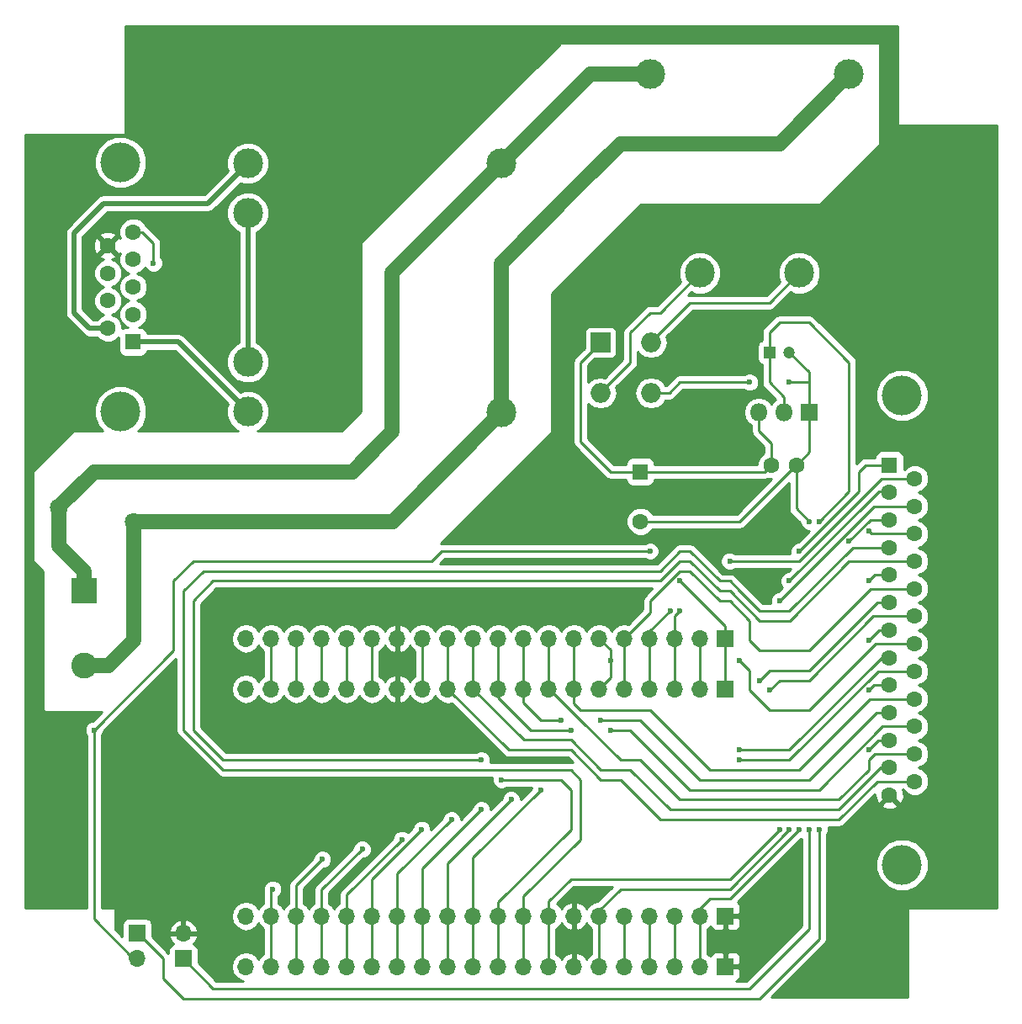
<source format=gbl>
G04 #@! TF.FileFunction,Copper,L2,Bot,Signal*
%FSLAX46Y46*%
G04 Gerber Fmt 4.6, Leading zero omitted, Abs format (unit mm)*
G04 Created by KiCad (PCBNEW 4.0.7) date Thu Apr 19 20:54:26 2018*
%MOMM*%
%LPD*%
G01*
G04 APERTURE LIST*
%ADD10C,0.100000*%
%ADD11C,0.600000*%
%ADD12C,4.000000*%
%ADD13R,1.600000X1.600000*%
%ADD14C,1.600000*%
%ADD15R,1.200000X1.200000*%
%ADD16C,1.200000*%
%ADD17O,2.000000X2.000000*%
%ADD18R,2.000000X2.000000*%
%ADD19R,1.800000X1.800000*%
%ADD20O,1.800000X1.800000*%
%ADD21R,1.700000X1.700000*%
%ADD22O,1.700000X1.700000*%
%ADD23C,1.800000*%
%ADD24C,3.000000*%
%ADD25R,2.600000X2.600000*%
%ADD26C,2.600000*%
%ADD27C,0.250000*%
%ADD28C,0.500000*%
%ADD29C,1.500000*%
%ADD30C,0.254000*%
G04 APERTURE END LIST*
D10*
D11*
X106800000Y-119900000D03*
X108800000Y-119900000D03*
X110800000Y-119900000D03*
X112800000Y-119900000D03*
X114800000Y-119900000D03*
X106800000Y-121900000D03*
X108800000Y-121900000D03*
X110800000Y-121900000D03*
X112800000Y-121900000D03*
X114800000Y-121900000D03*
X106800000Y-123900000D03*
X108800000Y-123900000D03*
X110800000Y-123900000D03*
X112800000Y-123900000D03*
X114800000Y-123900000D03*
X106800000Y-125900000D03*
X108800000Y-125900000D03*
X110800000Y-125900000D03*
X112800000Y-125900000D03*
X114800000Y-125900000D03*
X106800000Y-127900000D03*
X108800000Y-127900000D03*
X110800000Y-127900000D03*
X112800000Y-127900000D03*
X114800000Y-127900000D03*
X150800000Y-99800000D03*
X148800000Y-99800000D03*
X146800000Y-99800000D03*
X144800000Y-99800000D03*
X142800000Y-99800000D03*
X140800000Y-99800000D03*
X138800000Y-99800000D03*
X136800000Y-99800000D03*
X134800000Y-99800000D03*
X132800000Y-99800000D03*
X190800000Y-69800000D03*
X188800000Y-69800000D03*
X186800000Y-69800000D03*
X184800000Y-69800000D03*
X182800000Y-69800000D03*
X190800000Y-67800000D03*
X188800000Y-67800000D03*
X186800000Y-67800000D03*
X184800000Y-67800000D03*
X182800000Y-67800000D03*
X190800000Y-65800000D03*
X188800000Y-65800000D03*
X186800000Y-65800000D03*
X184800000Y-65800000D03*
X182800000Y-65800000D03*
X190800000Y-63800000D03*
X188800000Y-63800000D03*
X186800000Y-63800000D03*
X184800000Y-63800000D03*
X182800000Y-63800000D03*
X190800000Y-61800000D03*
X188800000Y-61800000D03*
X186800000Y-61800000D03*
X184800000Y-61800000D03*
D12*
X184150000Y-126360000D03*
D13*
X182880000Y-86120000D03*
D14*
X182880000Y-88890000D03*
X182880000Y-91660000D03*
X182880000Y-94430000D03*
X182880000Y-97200000D03*
X182880000Y-99970000D03*
X182880000Y-102740000D03*
X182880000Y-105510000D03*
X182880000Y-108280000D03*
X182880000Y-111050000D03*
X182880000Y-113820000D03*
X182880000Y-116590000D03*
X182880000Y-119360000D03*
X185420000Y-87505000D03*
X185420000Y-90275000D03*
X185420000Y-93045000D03*
X185420000Y-95815000D03*
X185420000Y-98585000D03*
X185420000Y-101355000D03*
X185420000Y-104125000D03*
X185420000Y-106895000D03*
X185420000Y-109665000D03*
X185420000Y-112435000D03*
X185420000Y-115205000D03*
X185420000Y-117975000D03*
D12*
X184150000Y-79120000D03*
X105470000Y-55670000D03*
D13*
X106740000Y-73750000D03*
D14*
X106740000Y-70980000D03*
X106740000Y-68210000D03*
X106740000Y-65440000D03*
X106740000Y-62670000D03*
X104200000Y-72365000D03*
X104200000Y-69595000D03*
X104200000Y-66825000D03*
X104200000Y-64055000D03*
D12*
X105470000Y-80750000D03*
D13*
X157800000Y-86800000D03*
D14*
X157800000Y-91800000D03*
X171000000Y-86120000D03*
X173500000Y-86120000D03*
D15*
X170800000Y-74800000D03*
D16*
X172800000Y-74800000D03*
D17*
X158880000Y-73800000D03*
X153800000Y-78880000D03*
X158880000Y-78880000D03*
D18*
X153800000Y-73800000D03*
D19*
X174800000Y-80800000D03*
D20*
X172260000Y-80800000D03*
X169720000Y-80800000D03*
D21*
X166370000Y-131510000D03*
D22*
X163830000Y-131510000D03*
X161290000Y-131510000D03*
X158750000Y-131510000D03*
X156210000Y-131510000D03*
X153670000Y-131510000D03*
X151130000Y-131510000D03*
X148590000Y-131510000D03*
X146050000Y-131510000D03*
X143510000Y-131510000D03*
X140970000Y-131510000D03*
X138430000Y-131510000D03*
X135890000Y-131510000D03*
X133350000Y-131510000D03*
X130810000Y-131510000D03*
X128270000Y-131510000D03*
X125730000Y-131510000D03*
X123190000Y-131510000D03*
X120650000Y-131510000D03*
X118110000Y-131510000D03*
D21*
X166370000Y-103570000D03*
D22*
X163830000Y-103570000D03*
X161290000Y-103570000D03*
X158750000Y-103570000D03*
X156210000Y-103570000D03*
X153670000Y-103570000D03*
X151130000Y-103570000D03*
X148590000Y-103570000D03*
X146050000Y-103570000D03*
X143510000Y-103570000D03*
X140970000Y-103570000D03*
X138430000Y-103570000D03*
X135890000Y-103570000D03*
X133350000Y-103570000D03*
X130810000Y-103570000D03*
X128270000Y-103570000D03*
X125730000Y-103570000D03*
X123190000Y-103570000D03*
X120650000Y-103570000D03*
X118110000Y-103570000D03*
D21*
X166370000Y-136590000D03*
D22*
X163830000Y-136590000D03*
X161290000Y-136590000D03*
X158750000Y-136590000D03*
X156210000Y-136590000D03*
X153670000Y-136590000D03*
X151130000Y-136590000D03*
X148590000Y-136590000D03*
X146050000Y-136590000D03*
X143510000Y-136590000D03*
X140970000Y-136590000D03*
X138430000Y-136590000D03*
X135890000Y-136590000D03*
X133350000Y-136590000D03*
X130810000Y-136590000D03*
X128270000Y-136590000D03*
X125730000Y-136590000D03*
X123190000Y-136590000D03*
X120650000Y-136590000D03*
X118110000Y-136590000D03*
D21*
X166370000Y-108650000D03*
D22*
X163830000Y-108650000D03*
X161290000Y-108650000D03*
X158750000Y-108650000D03*
X156210000Y-108650000D03*
X153670000Y-108650000D03*
X151130000Y-108650000D03*
X148590000Y-108650000D03*
X146050000Y-108650000D03*
X143510000Y-108650000D03*
X140970000Y-108650000D03*
X138430000Y-108650000D03*
X135890000Y-108650000D03*
X133350000Y-108650000D03*
X130810000Y-108650000D03*
X128270000Y-108650000D03*
X125730000Y-108650000D03*
X123190000Y-108650000D03*
X120650000Y-108650000D03*
X118110000Y-108650000D03*
D21*
X111800000Y-135800000D03*
D22*
X111800000Y-133260000D03*
D21*
X107150000Y-133200000D03*
D22*
X107150000Y-135740000D03*
D23*
X106800000Y-91800000D03*
X99300000Y-90400000D03*
D24*
X143800000Y-55800000D03*
X143800000Y-80850000D03*
X118300000Y-80760000D03*
X118300000Y-55760000D03*
X118300000Y-60760000D03*
X118300000Y-75760000D03*
X158800000Y-46800000D03*
X178800000Y-46800000D03*
X173800000Y-66800000D03*
X163800000Y-66800000D03*
D25*
X101800000Y-98800000D03*
D26*
X101800000Y-106300000D03*
D11*
X182800000Y-61800000D03*
X152300000Y-129200000D03*
X152200000Y-134000000D03*
X150100000Y-134000000D03*
X175800000Y-122800000D03*
X175800000Y-91800000D03*
X168800000Y-77800000D03*
X172800000Y-77800000D03*
X174800000Y-122800000D03*
X174800000Y-91800000D03*
X166800000Y-95800000D03*
X161800000Y-100800000D03*
X160800000Y-100800000D03*
X180800000Y-92800000D03*
X167800000Y-105800000D03*
X154800000Y-105800000D03*
X149800000Y-111800000D03*
X153800000Y-111800000D03*
X150800000Y-112800000D03*
X154800000Y-112800000D03*
X173800000Y-94800000D03*
X173800000Y-122800000D03*
X172800000Y-97800000D03*
X172800000Y-122800000D03*
X171800000Y-122800000D03*
X171800000Y-99800000D03*
X143800000Y-117800000D03*
X141800000Y-115800000D03*
X169800000Y-107800000D03*
X147800000Y-118800000D03*
X170800000Y-108800000D03*
X144800000Y-119800000D03*
X167800000Y-114800000D03*
X141800000Y-120800000D03*
X138800000Y-121800000D03*
X167800000Y-115800000D03*
X178800000Y-93800000D03*
X135800000Y-122800000D03*
X180800000Y-97800000D03*
X133800000Y-123800000D03*
X180800000Y-103800000D03*
X129800000Y-124800000D03*
X180800000Y-108800000D03*
X125800000Y-125800000D03*
X180800000Y-114800000D03*
X120800000Y-128800000D03*
X158800000Y-94800000D03*
X161800000Y-97800000D03*
X102800000Y-112800000D03*
X108800000Y-65800000D03*
D27*
X168800000Y-139800000D02*
X169800000Y-139800000D01*
X169800000Y-139800000D02*
X175800000Y-133800000D01*
X167800000Y-139800000D02*
X168800000Y-139800000D01*
X175800000Y-133800000D02*
X175800000Y-122800000D01*
X172260000Y-80800000D02*
X172260000Y-79260000D01*
X170800000Y-77800000D02*
X170800000Y-74800000D01*
X172260000Y-79260000D02*
X170800000Y-77800000D01*
X170800000Y-74800000D02*
X170800000Y-72800000D01*
X170800000Y-72800000D02*
X171800000Y-71800000D01*
X171800000Y-71800000D02*
X174800000Y-71800000D01*
X178800000Y-75800000D02*
X174800000Y-71800000D01*
X178800000Y-88800000D02*
X178800000Y-75800000D01*
X175800000Y-91800000D02*
X178800000Y-88800000D01*
X109800000Y-135800000D02*
X107200000Y-133200000D01*
X109800000Y-135800000D02*
X109800000Y-137800000D01*
X109800000Y-137800000D02*
X111800000Y-139800000D01*
X111800000Y-139800000D02*
X167800000Y-139800000D01*
X107150000Y-133200000D02*
X107200000Y-133200000D01*
X167800000Y-138800000D02*
X168800000Y-138800000D01*
X174800000Y-132800000D02*
X174800000Y-122800000D01*
X168800000Y-138800000D02*
X174800000Y-132800000D01*
X174800000Y-77800000D02*
X172800000Y-77800000D01*
X160720000Y-78880000D02*
X158880000Y-78880000D01*
X161800000Y-77800000D02*
X160720000Y-78880000D01*
X168800000Y-77800000D02*
X161800000Y-77800000D01*
X173500000Y-86120000D02*
X173480000Y-86120000D01*
X173480000Y-86120000D02*
X167800000Y-91800000D01*
X167800000Y-91800000D02*
X157800000Y-91800000D01*
X174800000Y-80800000D02*
X174800000Y-84820000D01*
X174800000Y-84820000D02*
X173500000Y-86120000D01*
X172800000Y-74800000D02*
X174800000Y-76800000D01*
X174800000Y-76800000D02*
X174800000Y-77800000D01*
X174800000Y-77800000D02*
X174800000Y-80800000D01*
X111800000Y-135800000D02*
X114800000Y-138800000D01*
X114800000Y-138800000D02*
X167800000Y-138800000D01*
X174800000Y-91800000D02*
X173500000Y-90500000D01*
X173500000Y-90500000D02*
X173500000Y-86120000D01*
X163830000Y-103570000D02*
X163830000Y-108650000D01*
X135890000Y-108650000D02*
X135890000Y-103570000D01*
X130810000Y-103570000D02*
X130810000Y-108650000D01*
X128270000Y-103570000D02*
X128270000Y-108650000D01*
X125730000Y-103570000D02*
X125730000Y-108650000D01*
X123190000Y-103570000D02*
X123190000Y-108650000D01*
X120650000Y-108650000D02*
X120650000Y-103570000D01*
X161290000Y-136590000D02*
X161290000Y-131510000D01*
X158750000Y-136590000D02*
X158750000Y-131510000D01*
X156210000Y-136590000D02*
X156210000Y-131510000D01*
X171000000Y-86120000D02*
X171000000Y-84000000D01*
X169720000Y-82720000D02*
X169720000Y-80800000D01*
X171000000Y-84000000D02*
X169720000Y-82720000D01*
X157800000Y-86800000D02*
X170320000Y-86800000D01*
X170320000Y-86800000D02*
X171000000Y-86120000D01*
X153800000Y-73800000D02*
X151800000Y-75800000D01*
X154800000Y-86800000D02*
X157800000Y-86800000D01*
X151800000Y-83800000D02*
X154800000Y-86800000D01*
X151800000Y-75800000D02*
X151800000Y-83800000D01*
D28*
X106740000Y-73750000D02*
X111290000Y-73750000D01*
X111290000Y-73750000D02*
X118300000Y-80760000D01*
X104200000Y-72365000D02*
X102365000Y-72365000D01*
X114260000Y-59800000D02*
X118300000Y-55760000D01*
X103800000Y-59800000D02*
X114260000Y-59800000D01*
X100800000Y-62800000D02*
X103800000Y-59800000D01*
X100800000Y-70800000D02*
X100800000Y-62800000D01*
X102365000Y-72365000D02*
X100800000Y-70800000D01*
D27*
X158880000Y-73800000D02*
X158880000Y-73720000D01*
X158880000Y-73720000D02*
X162800000Y-69800000D01*
X162800000Y-69800000D02*
X170800000Y-69800000D01*
X170800000Y-69800000D02*
X173800000Y-66800000D01*
D29*
X143800000Y-80850000D02*
X143800000Y-65800000D01*
X143800000Y-65800000D02*
X151800000Y-57800000D01*
X143800000Y-80850000D02*
X143800000Y-80800000D01*
X148800000Y-60800000D02*
X151800000Y-57800000D01*
X171800000Y-53800000D02*
X178800000Y-46800000D01*
X151800000Y-57800000D02*
X155800000Y-53800000D01*
X155800000Y-53800000D02*
X171800000Y-53800000D01*
X106800000Y-91800000D02*
X132850000Y-91800000D01*
X132850000Y-91800000D02*
X143800000Y-80850000D01*
X101800000Y-106300000D02*
X104300000Y-106300000D01*
X106800000Y-103800000D02*
X106800000Y-91800000D01*
X104300000Y-106300000D02*
X106800000Y-103800000D01*
X143800000Y-55800000D02*
X132800000Y-66800000D01*
X132800000Y-82800000D02*
X131800000Y-83800000D01*
X132800000Y-66800000D02*
X132800000Y-82800000D01*
X143800000Y-55800000D02*
X152800000Y-46800000D01*
X152800000Y-46800000D02*
X158800000Y-46800000D01*
X99300000Y-90400000D02*
X99300000Y-90300000D01*
X99300000Y-90300000D02*
X102800000Y-86800000D01*
X102800000Y-86800000D02*
X128800000Y-86800000D01*
X128800000Y-86800000D02*
X131800000Y-83800000D01*
X101800000Y-98800000D02*
X101800000Y-96800000D01*
X99300000Y-94300000D02*
X99300000Y-90400000D01*
X101800000Y-96800000D02*
X99300000Y-94300000D01*
D27*
X153800000Y-78880000D02*
X153800000Y-78800000D01*
X153800000Y-78800000D02*
X156800000Y-75800000D01*
X156800000Y-75800000D02*
X156800000Y-72800000D01*
X156800000Y-72800000D02*
X158800000Y-70800000D01*
X158800000Y-70800000D02*
X159800000Y-70800000D01*
X159800000Y-70800000D02*
X163800000Y-66800000D01*
X172800000Y-95800000D02*
X173800000Y-95800000D01*
X161290000Y-103570000D02*
X161290000Y-101310000D01*
X166800000Y-95800000D02*
X172800000Y-95800000D01*
X166800000Y-95800000D02*
X166800000Y-95800000D01*
X161290000Y-101310000D02*
X161800000Y-100800000D01*
X182095000Y-87505000D02*
X185420000Y-87505000D01*
X173800000Y-95800000D02*
X182095000Y-87505000D01*
X161290000Y-103570000D02*
X161290000Y-108650000D01*
X185420000Y-93045000D02*
X181045000Y-93045000D01*
X160800000Y-100800000D02*
X158750000Y-102850000D01*
X181045000Y-93045000D02*
X180800000Y-92800000D01*
X158750000Y-102850000D02*
X158750000Y-103570000D01*
X158750000Y-103570000D02*
X158750000Y-108650000D01*
X166800000Y-99800000D02*
X165800000Y-99800000D01*
X181015000Y-98585000D02*
X174800000Y-104800000D01*
X174800000Y-104800000D02*
X169800000Y-104800000D01*
X169800000Y-104800000D02*
X168800000Y-103800000D01*
X168800000Y-103800000D02*
X168800000Y-101800000D01*
X168800000Y-101800000D02*
X166800000Y-99800000D01*
X185420000Y-98585000D02*
X181015000Y-98585000D01*
X158800000Y-100980000D02*
X156210000Y-103570000D01*
X158800000Y-99800000D02*
X158800000Y-100980000D01*
X161800000Y-96800000D02*
X158800000Y-99800000D01*
X162800000Y-96800000D02*
X161800000Y-96800000D01*
X165800000Y-99800000D02*
X162800000Y-96800000D01*
X156210000Y-103570000D02*
X156210000Y-108650000D01*
X168800000Y-108800000D02*
X170800000Y-110800000D01*
X170800000Y-110800000D02*
X174800000Y-110800000D01*
X154800000Y-105800000D02*
X154800000Y-107520000D01*
X154800000Y-107520000D02*
X153670000Y-108650000D01*
X154800000Y-105800000D02*
X154800000Y-104700000D01*
X154800000Y-104700000D02*
X153670000Y-103570000D01*
X185420000Y-104125000D02*
X181475000Y-104125000D01*
X181475000Y-104125000D02*
X178800000Y-106800000D01*
X181475000Y-104125000D02*
X178800000Y-106800000D01*
X178800000Y-106800000D02*
X174800000Y-110800000D01*
X168800000Y-106800000D02*
X167800000Y-105800000D01*
X168800000Y-108800000D02*
X168800000Y-106800000D01*
X181475000Y-104125000D02*
X179800000Y-105800000D01*
X157800000Y-110800000D02*
X158800000Y-110800000D01*
X173800000Y-116800000D02*
X179800000Y-110800000D01*
X164800000Y-116800000D02*
X173800000Y-116800000D01*
X158800000Y-110800000D02*
X164800000Y-116800000D01*
X151130000Y-108650000D02*
X151130000Y-110130000D01*
X180935000Y-109665000D02*
X185420000Y-109665000D01*
X179800000Y-110800000D02*
X180935000Y-109665000D01*
X151800000Y-110800000D02*
X157800000Y-110800000D01*
X151130000Y-110130000D02*
X151800000Y-110800000D01*
X151130000Y-103570000D02*
X151130000Y-108650000D01*
X155800000Y-115800000D02*
X157800000Y-115800000D01*
X180800000Y-116800000D02*
X180800000Y-115800000D01*
X177800000Y-119800000D02*
X180800000Y-116800000D01*
X161800000Y-119800000D02*
X177800000Y-119800000D01*
X157800000Y-115800000D02*
X161800000Y-119800000D01*
X151800000Y-111800000D02*
X155800000Y-115800000D01*
X148590000Y-108650000D02*
X148650000Y-108650000D01*
X148650000Y-108650000D02*
X151800000Y-111800000D01*
X181395000Y-115205000D02*
X185420000Y-115205000D01*
X180800000Y-115800000D02*
X181395000Y-115205000D01*
X148590000Y-103570000D02*
X148590000Y-108650000D01*
X155800000Y-111800000D02*
X157800000Y-111800000D01*
X174800000Y-117800000D02*
X180800000Y-111800000D01*
X163800000Y-117800000D02*
X174800000Y-117800000D01*
X157800000Y-111800000D02*
X163800000Y-117800000D01*
X155800000Y-111800000D02*
X153800000Y-111800000D01*
X181550000Y-111050000D02*
X180800000Y-111800000D01*
X182880000Y-111050000D02*
X181550000Y-111050000D01*
X146050000Y-110050000D02*
X146050000Y-108650000D01*
X147800000Y-111800000D02*
X146050000Y-110050000D01*
X149800000Y-111800000D02*
X147800000Y-111800000D01*
X146050000Y-103570000D02*
X146050000Y-108650000D01*
X156800000Y-112800000D02*
X162800000Y-118800000D01*
X182165000Y-112435000D02*
X185420000Y-112435000D01*
X175800000Y-118800000D02*
X182165000Y-112435000D01*
X162800000Y-118800000D02*
X175800000Y-118800000D01*
X156800000Y-112800000D02*
X154800000Y-112800000D01*
X143510000Y-109510000D02*
X143510000Y-108650000D01*
X146800000Y-112800000D02*
X143510000Y-109510000D01*
X150800000Y-112800000D02*
X146800000Y-112800000D01*
X143510000Y-103570000D02*
X143510000Y-108650000D01*
X154800000Y-116800000D02*
X153800000Y-116800000D01*
X146120000Y-113800000D02*
X140970000Y-108650000D01*
X150800000Y-113800000D02*
X146120000Y-113800000D01*
X153800000Y-116800000D02*
X150800000Y-113800000D01*
X154800000Y-116800000D02*
X156800000Y-116800000D01*
X182010000Y-116590000D02*
X182880000Y-116590000D01*
X177800000Y-120800000D02*
X182010000Y-116590000D01*
X160800000Y-120800000D02*
X177800000Y-120800000D01*
X156800000Y-116800000D02*
X160800000Y-120800000D01*
X140970000Y-108650000D02*
X140970000Y-104630000D01*
X140970000Y-104630000D02*
X140970000Y-103570000D01*
X155800000Y-117800000D02*
X153800000Y-117800000D01*
X144580000Y-114800000D02*
X138430000Y-108650000D01*
X150800000Y-114800000D02*
X144580000Y-114800000D01*
X153800000Y-117800000D02*
X150800000Y-114800000D01*
X155800000Y-117800000D02*
X159800000Y-121800000D01*
X181625000Y-117975000D02*
X185420000Y-117975000D01*
X177800000Y-121800000D02*
X181625000Y-117975000D01*
X159800000Y-121800000D02*
X177800000Y-121800000D01*
X138430000Y-103570000D02*
X138430000Y-108650000D01*
X165800000Y-129800000D02*
X166800000Y-129800000D01*
X166800000Y-129800000D02*
X173800000Y-122800000D01*
X164800000Y-129800000D02*
X165800000Y-129800000D01*
X163830000Y-131510000D02*
X163830000Y-130770000D01*
X163830000Y-130770000D02*
X164800000Y-129800000D01*
X180480000Y-86120000D02*
X182880000Y-86120000D01*
X179800000Y-86800000D02*
X180480000Y-86120000D01*
X179800000Y-88800000D02*
X179800000Y-86800000D01*
X173800000Y-94800000D02*
X179800000Y-88800000D01*
X163830000Y-136590000D02*
X163830000Y-131510000D01*
X166800000Y-128800000D02*
X172800000Y-122800000D01*
X164800000Y-128800000D02*
X166800000Y-128800000D01*
X162800000Y-128800000D02*
X164800000Y-128800000D01*
X182790000Y-88800000D02*
X181800000Y-88800000D01*
X180800000Y-89800000D02*
X181800000Y-88800000D01*
X172800000Y-97800000D02*
X180800000Y-89800000D01*
X155800000Y-128800000D02*
X153670000Y-130930000D01*
X155800000Y-128800000D02*
X162800000Y-128800000D01*
X182790000Y-88800000D02*
X182880000Y-88890000D01*
X153670000Y-131510000D02*
X153670000Y-130930000D01*
X153670000Y-136590000D02*
X153670000Y-131510000D01*
X164800000Y-127800000D02*
X166800000Y-127800000D01*
X166800000Y-127800000D02*
X171800000Y-122800000D01*
X162800000Y-127800000D02*
X164800000Y-127800000D01*
X181325000Y-90275000D02*
X171800000Y-99800000D01*
X185420000Y-90275000D02*
X181325000Y-90275000D01*
X150800000Y-127800000D02*
X148590000Y-130010000D01*
X148590000Y-130010000D02*
X148590000Y-131510000D01*
X152800000Y-127800000D02*
X150800000Y-127800000D01*
X152800000Y-127800000D02*
X162800000Y-127800000D01*
X148590000Y-131510000D02*
X149090000Y-131510000D01*
X148590000Y-136590000D02*
X148590000Y-131510000D01*
X144800000Y-116800000D02*
X150800000Y-116800000D01*
X146050000Y-129550000D02*
X146050000Y-131510000D01*
X151800000Y-123800000D02*
X146050000Y-129550000D01*
X151800000Y-117800000D02*
X151800000Y-123800000D01*
X150800000Y-116800000D02*
X151800000Y-117800000D01*
X144800000Y-116800000D02*
X132800000Y-116800000D01*
X130800000Y-116800000D02*
X132800000Y-116800000D01*
X124800000Y-96800000D02*
X113800000Y-96800000D01*
X113800000Y-96800000D02*
X111800000Y-98800000D01*
X111800000Y-98800000D02*
X111800000Y-106800000D01*
X111800000Y-106800000D02*
X111800000Y-112800000D01*
X111800000Y-112800000D02*
X115800000Y-116800000D01*
X115800000Y-116800000D02*
X130800000Y-116800000D01*
X167800000Y-98800000D02*
X166800000Y-97800000D01*
X179170000Y-94430000D02*
X172800000Y-100800000D01*
X172800000Y-100800000D02*
X169800000Y-100800000D01*
X169800000Y-100800000D02*
X167800000Y-98800000D01*
X182880000Y-94430000D02*
X179170000Y-94430000D01*
X159800000Y-96800000D02*
X156800000Y-96800000D01*
X161800000Y-94800000D02*
X159800000Y-96800000D01*
X162800000Y-94800000D02*
X161800000Y-94800000D01*
X165800000Y-97800000D02*
X162800000Y-94800000D01*
X166800000Y-97800000D02*
X165800000Y-97800000D01*
X156800000Y-96800000D02*
X124800000Y-96800000D01*
X146050000Y-136590000D02*
X146050000Y-131510000D01*
X143510000Y-131510000D02*
X143510000Y-130090000D01*
X149800000Y-117800000D02*
X143800000Y-117800000D01*
X150800000Y-118800000D02*
X149800000Y-117800000D01*
X150800000Y-122800000D02*
X150800000Y-118800000D01*
X143510000Y-130090000D02*
X150800000Y-122800000D01*
X141800000Y-115800000D02*
X126800000Y-115800000D01*
X112800000Y-99800000D02*
X112800000Y-112800000D01*
X112800000Y-112800000D02*
X115800000Y-115800000D01*
X115800000Y-115800000D02*
X126800000Y-115800000D01*
X166800000Y-98800000D02*
X165800000Y-98800000D01*
X178815000Y-95815000D02*
X172830000Y-101800000D01*
X172830000Y-101800000D02*
X169800000Y-101800000D01*
X169800000Y-101800000D02*
X166800000Y-98800000D01*
X185420000Y-95815000D02*
X178815000Y-95815000D01*
X159800000Y-97800000D02*
X156800000Y-97800000D01*
X161800000Y-95800000D02*
X159800000Y-97800000D01*
X162800000Y-95800000D02*
X161800000Y-95800000D01*
X165800000Y-98800000D02*
X162800000Y-95800000D01*
X156800000Y-97800000D02*
X114800000Y-97800000D01*
X114800000Y-97800000D02*
X112800000Y-99800000D01*
X143510000Y-131510000D02*
X143510000Y-136590000D01*
X182880000Y-99970000D02*
X181630000Y-99970000D01*
X170800000Y-106800000D02*
X169800000Y-107800000D01*
X174800000Y-106800000D02*
X170800000Y-106800000D01*
X181630000Y-99970000D02*
X174800000Y-106800000D01*
X140970000Y-125630000D02*
X140970000Y-131510000D01*
X147800000Y-118800000D02*
X140970000Y-125630000D01*
X140970000Y-136590000D02*
X140970000Y-131510000D01*
X185420000Y-101355000D02*
X181245000Y-101355000D01*
X171800000Y-107800000D02*
X170800000Y-108800000D01*
X174800000Y-107800000D02*
X171800000Y-107800000D01*
X181245000Y-101355000D02*
X174800000Y-107800000D01*
X138430000Y-126170000D02*
X138430000Y-131510000D01*
X144800000Y-119800000D02*
X138430000Y-126170000D01*
X138430000Y-131510000D02*
X138430000Y-136590000D01*
X135890000Y-131510000D02*
X135890000Y-126710000D01*
X141800000Y-120800000D02*
X141800000Y-120800000D01*
X135890000Y-126710000D02*
X141800000Y-120800000D01*
X172800000Y-114800000D02*
X167800000Y-114800000D01*
X135890000Y-130710000D02*
X135890000Y-131510000D01*
X172800000Y-114800000D02*
X167800000Y-114800000D01*
X182090000Y-105510000D02*
X172800000Y-114800000D01*
X182880000Y-105510000D02*
X182090000Y-105510000D01*
X135890000Y-136590000D02*
X135890000Y-131510000D01*
X133350000Y-127250000D02*
X133350000Y-131510000D01*
X138800000Y-121800000D02*
X133350000Y-127250000D01*
X172800000Y-115800000D02*
X167800000Y-115800000D01*
X133350000Y-131250000D02*
X133350000Y-131510000D01*
X185420000Y-106895000D02*
X181705000Y-106895000D01*
X181705000Y-106895000D02*
X172800000Y-115800000D01*
X133350000Y-131510000D02*
X133350000Y-136590000D01*
X182880000Y-91660000D02*
X180940000Y-91660000D01*
X180940000Y-91660000D02*
X178800000Y-93800000D01*
X130810000Y-127790000D02*
X130810000Y-131510000D01*
X135800000Y-122800000D02*
X130810000Y-127790000D01*
X130810000Y-136590000D02*
X130810000Y-131510000D01*
X181400000Y-97200000D02*
X180800000Y-97800000D01*
X182880000Y-97200000D02*
X181400000Y-97200000D01*
X128270000Y-129330000D02*
X128270000Y-131510000D01*
X133800000Y-123800000D02*
X128270000Y-129330000D01*
X128270000Y-131510000D02*
X128270000Y-136590000D01*
X181860000Y-102740000D02*
X180800000Y-103800000D01*
X182880000Y-102740000D02*
X181860000Y-102740000D01*
X125730000Y-128870000D02*
X125730000Y-131510000D01*
X129800000Y-124800000D02*
X125730000Y-128870000D01*
X125730000Y-136590000D02*
X125730000Y-131510000D01*
X181320000Y-108280000D02*
X180800000Y-108800000D01*
X182880000Y-108280000D02*
X181320000Y-108280000D01*
X123190000Y-128410000D02*
X123190000Y-131510000D01*
X125800000Y-125800000D02*
X123190000Y-128410000D01*
X123190000Y-131510000D02*
X123190000Y-136590000D01*
X181780000Y-113820000D02*
X180800000Y-114800000D01*
X182880000Y-113820000D02*
X181780000Y-113820000D01*
X120650000Y-128950000D02*
X120650000Y-131510000D01*
X120800000Y-128800000D02*
X120650000Y-128950000D01*
X120650000Y-136590000D02*
X120650000Y-131510000D01*
D28*
X118300000Y-75760000D02*
X118300000Y-60760000D01*
D27*
X118300000Y-75760000D02*
X118840000Y-75760000D01*
X158800000Y-94800000D02*
X156800000Y-94800000D01*
X166370000Y-103570000D02*
X166370000Y-102370000D01*
X158800000Y-94800000D02*
X157800000Y-94800000D01*
X166370000Y-102370000D02*
X161800000Y-97800000D01*
X110800000Y-104800000D02*
X110800000Y-97800000D01*
X110800000Y-104800000D02*
X102800000Y-112800000D01*
X156800000Y-94800000D02*
X140800000Y-94800000D01*
X110800000Y-97800000D02*
X112800000Y-95800000D01*
X112800000Y-95800000D02*
X136800000Y-95800000D01*
X136800000Y-95800000D02*
X137800000Y-94800000D01*
X137800000Y-94800000D02*
X140800000Y-94800000D01*
X166370000Y-108650000D02*
X166370000Y-103570000D01*
X157600000Y-94800000D02*
X156800000Y-94800000D01*
X107150000Y-135740000D02*
X106740000Y-135740000D01*
X106740000Y-135740000D02*
X102800000Y-131800000D01*
X102800000Y-131800000D02*
X102800000Y-112800000D01*
X108800000Y-65800000D02*
X108800000Y-63800000D01*
X108800000Y-63800000D02*
X107670000Y-62670000D01*
X107670000Y-62670000D02*
X106740000Y-62670000D01*
D30*
G36*
X183673000Y-51800000D02*
X183683006Y-51849410D01*
X183711447Y-51891035D01*
X183753841Y-51918315D01*
X183800000Y-51927000D01*
X193673000Y-51927000D01*
X193673000Y-130673000D01*
X184800000Y-130673000D01*
X184750590Y-130683006D01*
X184708965Y-130711447D01*
X184681685Y-130753841D01*
X184673000Y-130800000D01*
X184673000Y-139673000D01*
X171001802Y-139673000D01*
X176337401Y-134337401D01*
X176502148Y-134090840D01*
X176560000Y-133800000D01*
X176560000Y-126881834D01*
X181514543Y-126881834D01*
X181914853Y-127850658D01*
X182655443Y-128592542D01*
X183623567Y-128994542D01*
X184671834Y-128995457D01*
X185640658Y-128595147D01*
X186382542Y-127854557D01*
X186784542Y-126886433D01*
X186785457Y-125838166D01*
X186385147Y-124869342D01*
X185644557Y-124127458D01*
X184676433Y-123725458D01*
X183628166Y-123724543D01*
X182659342Y-124124853D01*
X181917458Y-124865443D01*
X181515458Y-125833567D01*
X181514543Y-126881834D01*
X176560000Y-126881834D01*
X176560000Y-123362463D01*
X176592192Y-123330327D01*
X176734838Y-122986799D01*
X176735162Y-122614833D01*
X176712506Y-122560000D01*
X177800000Y-122560000D01*
X178090839Y-122502148D01*
X178337401Y-122337401D01*
X180307057Y-120367745D01*
X182051861Y-120367745D01*
X182125995Y-120613864D01*
X182663223Y-120806965D01*
X183233454Y-120779778D01*
X183634005Y-120613864D01*
X183708139Y-120367745D01*
X182880000Y-119539605D01*
X182051861Y-120367745D01*
X180307057Y-120367745D01*
X181437519Y-119237283D01*
X181460222Y-119713454D01*
X181626136Y-120114005D01*
X181872255Y-120188139D01*
X182700395Y-119360000D01*
X182686252Y-119345858D01*
X182865858Y-119166252D01*
X182880000Y-119180395D01*
X182894142Y-119166252D01*
X183073748Y-119345858D01*
X183059605Y-119360000D01*
X183887745Y-120188139D01*
X184133864Y-120114005D01*
X184326965Y-119576777D01*
X184299778Y-119006546D01*
X184213011Y-118797072D01*
X184606077Y-119190824D01*
X185133309Y-119409750D01*
X185704187Y-119410248D01*
X186231800Y-119192243D01*
X186635824Y-118788923D01*
X186854750Y-118261691D01*
X186855248Y-117690813D01*
X186637243Y-117163200D01*
X186233923Y-116759176D01*
X185826150Y-116589854D01*
X186231800Y-116422243D01*
X186635824Y-116018923D01*
X186854750Y-115491691D01*
X186855248Y-114920813D01*
X186637243Y-114393200D01*
X186233923Y-113989176D01*
X185826150Y-113819854D01*
X186231800Y-113652243D01*
X186635824Y-113248923D01*
X186854750Y-112721691D01*
X186855248Y-112150813D01*
X186637243Y-111623200D01*
X186233923Y-111219176D01*
X185826150Y-111049854D01*
X186231800Y-110882243D01*
X186635824Y-110478923D01*
X186854750Y-109951691D01*
X186855248Y-109380813D01*
X186637243Y-108853200D01*
X186233923Y-108449176D01*
X185826150Y-108279854D01*
X186231800Y-108112243D01*
X186635824Y-107708923D01*
X186854750Y-107181691D01*
X186855248Y-106610813D01*
X186637243Y-106083200D01*
X186233923Y-105679176D01*
X185826150Y-105509854D01*
X186231800Y-105342243D01*
X186635824Y-104938923D01*
X186854750Y-104411691D01*
X186855248Y-103840813D01*
X186637243Y-103313200D01*
X186233923Y-102909176D01*
X185826150Y-102739854D01*
X186231800Y-102572243D01*
X186635824Y-102168923D01*
X186854750Y-101641691D01*
X186855248Y-101070813D01*
X186637243Y-100543200D01*
X186233923Y-100139176D01*
X185826150Y-99969854D01*
X186231800Y-99802243D01*
X186635824Y-99398923D01*
X186854750Y-98871691D01*
X186855248Y-98300813D01*
X186637243Y-97773200D01*
X186233923Y-97369176D01*
X185826150Y-97199854D01*
X186231800Y-97032243D01*
X186635824Y-96628923D01*
X186854750Y-96101691D01*
X186855248Y-95530813D01*
X186637243Y-95003200D01*
X186233923Y-94599176D01*
X185826150Y-94429854D01*
X186231800Y-94262243D01*
X186635824Y-93858923D01*
X186854750Y-93331691D01*
X186855248Y-92760813D01*
X186637243Y-92233200D01*
X186233923Y-91829176D01*
X185826150Y-91659854D01*
X186231800Y-91492243D01*
X186635824Y-91088923D01*
X186854750Y-90561691D01*
X186855248Y-89990813D01*
X186637243Y-89463200D01*
X186233923Y-89059176D01*
X185826150Y-88889854D01*
X186231800Y-88722243D01*
X186635824Y-88318923D01*
X186854750Y-87791691D01*
X186855248Y-87220813D01*
X186637243Y-86693200D01*
X186233923Y-86289176D01*
X185706691Y-86070250D01*
X185135813Y-86069752D01*
X184608200Y-86287757D01*
X184327440Y-86568028D01*
X184327440Y-85320000D01*
X184283162Y-85084683D01*
X184144090Y-84868559D01*
X183931890Y-84723569D01*
X183680000Y-84672560D01*
X182080000Y-84672560D01*
X181844683Y-84716838D01*
X181628559Y-84855910D01*
X181483569Y-85068110D01*
X181432560Y-85320000D01*
X181432560Y-85360000D01*
X180480000Y-85360000D01*
X180189160Y-85417852D01*
X179942599Y-85582599D01*
X179560000Y-85965198D01*
X179560000Y-79641834D01*
X181514543Y-79641834D01*
X181914853Y-80610658D01*
X182655443Y-81352542D01*
X183623567Y-81754542D01*
X184671834Y-81755457D01*
X185640658Y-81355147D01*
X186382542Y-80614557D01*
X186784542Y-79646433D01*
X186785457Y-78598166D01*
X186385147Y-77629342D01*
X185644557Y-76887458D01*
X184676433Y-76485458D01*
X183628166Y-76484543D01*
X182659342Y-76884853D01*
X181917458Y-77625443D01*
X181515458Y-78593567D01*
X181514543Y-79641834D01*
X179560000Y-79641834D01*
X179560000Y-75800000D01*
X179502148Y-75509161D01*
X179502148Y-75509160D01*
X179337401Y-75262599D01*
X175337401Y-71262599D01*
X175090839Y-71097852D01*
X174800000Y-71040000D01*
X171800000Y-71040000D01*
X171509161Y-71097852D01*
X171262599Y-71262599D01*
X170262599Y-72262599D01*
X170097852Y-72509161D01*
X170040000Y-72800000D01*
X170040000Y-73582666D01*
X169964683Y-73596838D01*
X169748559Y-73735910D01*
X169603569Y-73948110D01*
X169552560Y-74200000D01*
X169552560Y-75400000D01*
X169596838Y-75635317D01*
X169735910Y-75851441D01*
X169948110Y-75996431D01*
X170040000Y-76015039D01*
X170040000Y-77800000D01*
X170097852Y-78090839D01*
X170262599Y-78337401D01*
X171441412Y-79516214D01*
X171144519Y-79714591D01*
X170990000Y-79945845D01*
X170835481Y-79714591D01*
X170337491Y-79381845D01*
X169750072Y-79265000D01*
X169689928Y-79265000D01*
X169102509Y-79381845D01*
X168604519Y-79714591D01*
X168271773Y-80212581D01*
X168154928Y-80800000D01*
X168271773Y-81387419D01*
X168604519Y-81885409D01*
X168960000Y-82122934D01*
X168960000Y-82720000D01*
X169017852Y-83010839D01*
X169182599Y-83257401D01*
X170240000Y-84314802D01*
X170240000Y-84881354D01*
X170188200Y-84902757D01*
X169784176Y-85306077D01*
X169565250Y-85833309D01*
X169565070Y-86040000D01*
X159247440Y-86040000D01*
X159247440Y-86000000D01*
X159203162Y-85764683D01*
X159064090Y-85548559D01*
X158851890Y-85403569D01*
X158600000Y-85352560D01*
X157000000Y-85352560D01*
X156764683Y-85396838D01*
X156548559Y-85535910D01*
X156403569Y-85748110D01*
X156352560Y-86000000D01*
X156352560Y-86040000D01*
X155114802Y-86040000D01*
X152560000Y-83485198D01*
X152560000Y-79958524D01*
X152611848Y-80036120D01*
X153142281Y-80390543D01*
X153767968Y-80515000D01*
X153832032Y-80515000D01*
X154457719Y-80390543D01*
X154988152Y-80036120D01*
X155342575Y-79505687D01*
X155467032Y-78880000D01*
X157212968Y-78880000D01*
X157337425Y-79505687D01*
X157691848Y-80036120D01*
X158222281Y-80390543D01*
X158847968Y-80515000D01*
X158912032Y-80515000D01*
X159537719Y-80390543D01*
X160068152Y-80036120D01*
X160332830Y-79640000D01*
X160720000Y-79640000D01*
X161010839Y-79582148D01*
X161257401Y-79417401D01*
X162114802Y-78560000D01*
X168237537Y-78560000D01*
X168269673Y-78592192D01*
X168613201Y-78734838D01*
X168985167Y-78735162D01*
X169328943Y-78593117D01*
X169592192Y-78330327D01*
X169734838Y-77986799D01*
X169735162Y-77614833D01*
X169593117Y-77271057D01*
X169330327Y-77007808D01*
X168986799Y-76865162D01*
X168614833Y-76864838D01*
X168271057Y-77006883D01*
X168237882Y-77040000D01*
X161800000Y-77040000D01*
X161509161Y-77097852D01*
X161262599Y-77262599D01*
X160405198Y-78120000D01*
X160332830Y-78120000D01*
X160068152Y-77723880D01*
X159537719Y-77369457D01*
X158912032Y-77245000D01*
X158847968Y-77245000D01*
X158222281Y-77369457D01*
X157691848Y-77723880D01*
X157337425Y-78254313D01*
X157212968Y-78880000D01*
X155467032Y-78880000D01*
X155355502Y-78319300D01*
X157337401Y-76337401D01*
X157502148Y-76090839D01*
X157560000Y-75800000D01*
X157560000Y-74758795D01*
X157691848Y-74956120D01*
X158222281Y-75310543D01*
X158847968Y-75435000D01*
X158912032Y-75435000D01*
X159537719Y-75310543D01*
X160068152Y-74956120D01*
X160422575Y-74425687D01*
X160547032Y-73800000D01*
X160435502Y-73239300D01*
X163114802Y-70560000D01*
X170800000Y-70560000D01*
X171090839Y-70502148D01*
X171337401Y-70337401D01*
X172925983Y-68748819D01*
X173373459Y-68934628D01*
X174222815Y-68935370D01*
X175007800Y-68611020D01*
X175608909Y-68010959D01*
X175934628Y-67226541D01*
X175935370Y-66377185D01*
X175611020Y-65592200D01*
X175010959Y-64991091D01*
X174226541Y-64665372D01*
X173377185Y-64664630D01*
X172592200Y-64988980D01*
X171991091Y-65589041D01*
X171665372Y-66373459D01*
X171664630Y-67222815D01*
X171851098Y-67674100D01*
X170485198Y-69040000D01*
X162800000Y-69040000D01*
X162593782Y-69081020D01*
X162925983Y-68748819D01*
X163373459Y-68934628D01*
X164222815Y-68935370D01*
X165007800Y-68611020D01*
X165608909Y-68010959D01*
X165934628Y-67226541D01*
X165935370Y-66377185D01*
X165611020Y-65592200D01*
X165010959Y-64991091D01*
X164226541Y-64665372D01*
X163377185Y-64664630D01*
X162592200Y-64988980D01*
X161991091Y-65589041D01*
X161665372Y-66373459D01*
X161664630Y-67222815D01*
X161851098Y-67674100D01*
X159485198Y-70040000D01*
X158800000Y-70040000D01*
X158509161Y-70097852D01*
X158262599Y-70262599D01*
X156262599Y-72262599D01*
X156097852Y-72509161D01*
X156040000Y-72800000D01*
X156040000Y-75485198D01*
X154205842Y-77319356D01*
X153832032Y-77245000D01*
X153767968Y-77245000D01*
X153142281Y-77369457D01*
X152611848Y-77723880D01*
X152560000Y-77801476D01*
X152560000Y-76114802D01*
X153227362Y-75447440D01*
X154800000Y-75447440D01*
X155035317Y-75403162D01*
X155251441Y-75264090D01*
X155396431Y-75051890D01*
X155447440Y-74800000D01*
X155447440Y-72800000D01*
X155403162Y-72564683D01*
X155264090Y-72348559D01*
X155051890Y-72203569D01*
X154800000Y-72152560D01*
X152800000Y-72152560D01*
X152564683Y-72196838D01*
X152348559Y-72335910D01*
X152203569Y-72548110D01*
X152152560Y-72800000D01*
X152152560Y-74372638D01*
X151262599Y-75262599D01*
X151097852Y-75509161D01*
X151040000Y-75800000D01*
X151040000Y-83800000D01*
X151097852Y-84090839D01*
X151262599Y-84337401D01*
X154262599Y-87337401D01*
X154509161Y-87502148D01*
X154800000Y-87560000D01*
X156352560Y-87560000D01*
X156352560Y-87600000D01*
X156396838Y-87835317D01*
X156535910Y-88051441D01*
X156748110Y-88196431D01*
X157000000Y-88247440D01*
X158600000Y-88247440D01*
X158835317Y-88203162D01*
X159051441Y-88064090D01*
X159196431Y-87851890D01*
X159247440Y-87600000D01*
X159247440Y-87560000D01*
X170320000Y-87560000D01*
X170594471Y-87505404D01*
X170713309Y-87554750D01*
X170970224Y-87554974D01*
X167485198Y-91040000D01*
X159038646Y-91040000D01*
X159017243Y-90988200D01*
X158613923Y-90584176D01*
X158086691Y-90365250D01*
X157515813Y-90364752D01*
X156988200Y-90582757D01*
X156584176Y-90986077D01*
X156365250Y-91513309D01*
X156364752Y-92084187D01*
X156582757Y-92611800D01*
X156986077Y-93015824D01*
X157513309Y-93234750D01*
X158084187Y-93235248D01*
X158611800Y-93017243D01*
X159015824Y-92613923D01*
X159038215Y-92560000D01*
X167800000Y-92560000D01*
X168090839Y-92502148D01*
X168337401Y-92337401D01*
X172740000Y-87934802D01*
X172740000Y-90500000D01*
X172797852Y-90790839D01*
X172962599Y-91037401D01*
X173864878Y-91939680D01*
X173864838Y-91985167D01*
X174006883Y-92328943D01*
X174269673Y-92592192D01*
X174613201Y-92734838D01*
X174790206Y-92734992D01*
X173660320Y-93864878D01*
X173614833Y-93864838D01*
X173271057Y-94006883D01*
X173007808Y-94269673D01*
X172865162Y-94613201D01*
X172864838Y-94985167D01*
X172887494Y-95040000D01*
X167362463Y-95040000D01*
X167330327Y-95007808D01*
X166986799Y-94865162D01*
X166614833Y-94864838D01*
X166271057Y-95006883D01*
X166007808Y-95269673D01*
X165865162Y-95613201D01*
X165864838Y-95985167D01*
X166006883Y-96328943D01*
X166269673Y-96592192D01*
X166613201Y-96734838D01*
X166985167Y-96735162D01*
X167328943Y-96593117D01*
X167362118Y-96560000D01*
X172965198Y-96560000D01*
X172660320Y-96864878D01*
X172614833Y-96864838D01*
X172271057Y-97006883D01*
X172007808Y-97269673D01*
X171865162Y-97613201D01*
X171864838Y-97985167D01*
X172006883Y-98328943D01*
X172101486Y-98423712D01*
X171660320Y-98864878D01*
X171614833Y-98864838D01*
X171271057Y-99006883D01*
X171007808Y-99269673D01*
X170865162Y-99613201D01*
X170864838Y-99985167D01*
X170887494Y-100040000D01*
X170114802Y-100040000D01*
X167337401Y-97262599D01*
X167090839Y-97097852D01*
X166800000Y-97040000D01*
X166114802Y-97040000D01*
X163337401Y-94262599D01*
X163090839Y-94097852D01*
X162800000Y-94040000D01*
X161800000Y-94040000D01*
X161509161Y-94097852D01*
X161262599Y-94262599D01*
X159485198Y-96040000D01*
X137634802Y-96040000D01*
X138114802Y-95560000D01*
X158237537Y-95560000D01*
X158269673Y-95592192D01*
X158613201Y-95734838D01*
X158985167Y-95735162D01*
X159328943Y-95593117D01*
X159592192Y-95330327D01*
X159734838Y-94986799D01*
X159735162Y-94614833D01*
X159593117Y-94271057D01*
X159330327Y-94007808D01*
X158986799Y-93865162D01*
X158614833Y-93864838D01*
X158271057Y-94006883D01*
X158237882Y-94040000D01*
X137800000Y-94040000D01*
X137724610Y-94054996D01*
X148889803Y-82889803D01*
X148916994Y-82849410D01*
X148927000Y-82800000D01*
X148927000Y-68852606D01*
X157852606Y-59927000D01*
X175800000Y-59927000D01*
X175847789Y-59917666D01*
X175889803Y-59889803D01*
X181889803Y-53889803D01*
X181916994Y-53849410D01*
X181927000Y-53800000D01*
X181927000Y-46801584D01*
X181927542Y-46180730D01*
X181927000Y-46179418D01*
X181927000Y-43800000D01*
X181918315Y-43753841D01*
X181891035Y-43711447D01*
X181849410Y-43683006D01*
X181800000Y-43673000D01*
X178801584Y-43673000D01*
X178180730Y-43672458D01*
X178179418Y-43673000D01*
X158801584Y-43673000D01*
X158180730Y-43672458D01*
X158179418Y-43673000D01*
X149800000Y-43673000D01*
X149752211Y-43682334D01*
X149710197Y-43710197D01*
X129710197Y-63710197D01*
X129683006Y-63750590D01*
X129673000Y-63800000D01*
X129673000Y-80747394D01*
X127747394Y-82673000D01*
X119260990Y-82673000D01*
X119507800Y-82571020D01*
X120108909Y-81970959D01*
X120434628Y-81186541D01*
X120435370Y-80337185D01*
X120111020Y-79552200D01*
X119510959Y-78951091D01*
X118726541Y-78625372D01*
X117877185Y-78624630D01*
X117550990Y-78759411D01*
X111915790Y-73124210D01*
X111756613Y-73017852D01*
X111628675Y-72932367D01*
X111572484Y-72921190D01*
X111290000Y-72864999D01*
X111289995Y-72865000D01*
X108171446Y-72865000D01*
X108143162Y-72714683D01*
X108004090Y-72498559D01*
X107791890Y-72353569D01*
X107540000Y-72302560D01*
X107296913Y-72302560D01*
X107551800Y-72197243D01*
X107955824Y-71793923D01*
X108174750Y-71266691D01*
X108175248Y-70695813D01*
X107957243Y-70168200D01*
X107553923Y-69764176D01*
X107146150Y-69594854D01*
X107551800Y-69427243D01*
X107955824Y-69023923D01*
X108174750Y-68496691D01*
X108175248Y-67925813D01*
X107957243Y-67398200D01*
X107553923Y-66994176D01*
X107146150Y-66824854D01*
X107551800Y-66657243D01*
X107955824Y-66253923D01*
X107965879Y-66229707D01*
X108006883Y-66328943D01*
X108269673Y-66592192D01*
X108613201Y-66734838D01*
X108985167Y-66735162D01*
X109328943Y-66593117D01*
X109592192Y-66330327D01*
X109734838Y-65986799D01*
X109735162Y-65614833D01*
X109593117Y-65271057D01*
X109560000Y-65237882D01*
X109560000Y-63800000D01*
X109523725Y-63617633D01*
X109502148Y-63509160D01*
X109337401Y-63262599D01*
X108207401Y-62132599D01*
X108018458Y-62006352D01*
X107957243Y-61858200D01*
X107553923Y-61454176D01*
X107026691Y-61235250D01*
X106455813Y-61234752D01*
X105928200Y-61452757D01*
X105524176Y-61856077D01*
X105305250Y-62383309D01*
X105304752Y-62954187D01*
X105447224Y-63298995D01*
X105207745Y-63226861D01*
X104379605Y-64055000D01*
X105207745Y-64883139D01*
X105447410Y-64810949D01*
X105305250Y-65153309D01*
X105304752Y-65724187D01*
X105522757Y-66251800D01*
X105926077Y-66655824D01*
X106333850Y-66825146D01*
X105928200Y-66992757D01*
X105524176Y-67396077D01*
X105305250Y-67923309D01*
X105304752Y-68494187D01*
X105522757Y-69021800D01*
X105926077Y-69425824D01*
X106333850Y-69595146D01*
X105928200Y-69762757D01*
X105524176Y-70166077D01*
X105305250Y-70693309D01*
X105304752Y-71264187D01*
X105522757Y-71791800D01*
X105926077Y-72195824D01*
X106183126Y-72302560D01*
X105940000Y-72302560D01*
X105704683Y-72346838D01*
X105634977Y-72391693D01*
X105635248Y-72080813D01*
X105417243Y-71553200D01*
X105013923Y-71149176D01*
X104606150Y-70979854D01*
X105011800Y-70812243D01*
X105415824Y-70408923D01*
X105634750Y-69881691D01*
X105635248Y-69310813D01*
X105417243Y-68783200D01*
X105013923Y-68379176D01*
X104606150Y-68209854D01*
X105011800Y-68042243D01*
X105415824Y-67638923D01*
X105634750Y-67111691D01*
X105635248Y-66540813D01*
X105417243Y-66013200D01*
X105013923Y-65609176D01*
X104621940Y-65446410D01*
X104954005Y-65308864D01*
X105028139Y-65062745D01*
X104200000Y-64234605D01*
X103371861Y-65062745D01*
X103445995Y-65308864D01*
X103801938Y-65436804D01*
X103388200Y-65607757D01*
X102984176Y-66011077D01*
X102765250Y-66538309D01*
X102764752Y-67109187D01*
X102982757Y-67636800D01*
X103386077Y-68040824D01*
X103793850Y-68210146D01*
X103388200Y-68377757D01*
X102984176Y-68781077D01*
X102765250Y-69308309D01*
X102764752Y-69879187D01*
X102982757Y-70406800D01*
X103386077Y-70810824D01*
X103793850Y-70980146D01*
X103388200Y-71147757D01*
X103055377Y-71480000D01*
X102731579Y-71480000D01*
X101685000Y-70433420D01*
X101685000Y-63838223D01*
X102753035Y-63838223D01*
X102780222Y-64408454D01*
X102946136Y-64809005D01*
X103192255Y-64883139D01*
X104020395Y-64055000D01*
X103192255Y-63226861D01*
X102946136Y-63300995D01*
X102753035Y-63838223D01*
X101685000Y-63838223D01*
X101685000Y-63166580D01*
X101804324Y-63047255D01*
X103371861Y-63047255D01*
X104200000Y-63875395D01*
X105028139Y-63047255D01*
X104954005Y-62801136D01*
X104416777Y-62608035D01*
X103846546Y-62635222D01*
X103445995Y-62801136D01*
X103371861Y-63047255D01*
X101804324Y-63047255D01*
X103668764Y-61182815D01*
X116164630Y-61182815D01*
X116488980Y-61967800D01*
X117089041Y-62568909D01*
X117415000Y-62704259D01*
X117415000Y-73815601D01*
X117092200Y-73948980D01*
X116491091Y-74549041D01*
X116165372Y-75333459D01*
X116164630Y-76182815D01*
X116488980Y-76967800D01*
X117089041Y-77568909D01*
X117873459Y-77894628D01*
X118722815Y-77895370D01*
X119507800Y-77571020D01*
X120108909Y-76970959D01*
X120434628Y-76186541D01*
X120435370Y-75337185D01*
X120111020Y-74552200D01*
X119510959Y-73951091D01*
X119185000Y-73815741D01*
X119185000Y-62704399D01*
X119507800Y-62571020D01*
X120108909Y-61970959D01*
X120434628Y-61186541D01*
X120435370Y-60337185D01*
X120111020Y-59552200D01*
X119510959Y-58951091D01*
X118726541Y-58625372D01*
X117877185Y-58624630D01*
X117092200Y-58948980D01*
X116491091Y-59549041D01*
X116165372Y-60333459D01*
X116164630Y-61182815D01*
X103668764Y-61182815D01*
X104166579Y-60685000D01*
X114259995Y-60685000D01*
X114260000Y-60685001D01*
X114542484Y-60628810D01*
X114598675Y-60617633D01*
X114885790Y-60425790D01*
X117550893Y-57760687D01*
X117873459Y-57894628D01*
X118722815Y-57895370D01*
X119507800Y-57571020D01*
X120108909Y-56970959D01*
X120434628Y-56186541D01*
X120435370Y-55337185D01*
X120111020Y-54552200D01*
X119510959Y-53951091D01*
X118726541Y-53625372D01*
X117877185Y-53624630D01*
X117092200Y-53948980D01*
X116491091Y-54549041D01*
X116165372Y-55333459D01*
X116164630Y-56182815D01*
X116299411Y-56509010D01*
X113893420Y-58915000D01*
X103800005Y-58915000D01*
X103800000Y-58914999D01*
X103517516Y-58971190D01*
X103461325Y-58982367D01*
X103174210Y-59174210D01*
X103174208Y-59174213D01*
X100174210Y-62174210D01*
X99982367Y-62461325D01*
X99982367Y-62461326D01*
X99914999Y-62800000D01*
X99915000Y-62800005D01*
X99915000Y-70799995D01*
X99914999Y-70800000D01*
X99940809Y-70929752D01*
X99982367Y-71138675D01*
X99989384Y-71149176D01*
X100174210Y-71425790D01*
X101739208Y-72990787D01*
X101739210Y-72990790D01*
X102013873Y-73174313D01*
X102026325Y-73182633D01*
X102365000Y-73250001D01*
X102365005Y-73250000D01*
X103055829Y-73250000D01*
X103386077Y-73580824D01*
X103913309Y-73799750D01*
X104484187Y-73800248D01*
X105011800Y-73582243D01*
X105292560Y-73301972D01*
X105292560Y-74550000D01*
X105336838Y-74785317D01*
X105475910Y-75001441D01*
X105688110Y-75146431D01*
X105940000Y-75197440D01*
X107540000Y-75197440D01*
X107775317Y-75153162D01*
X107991441Y-75014090D01*
X108136431Y-74801890D01*
X108170227Y-74635000D01*
X110923420Y-74635000D01*
X116299313Y-80010893D01*
X116165372Y-80333459D01*
X116164630Y-81182815D01*
X116488980Y-81967800D01*
X117089041Y-82568909D01*
X117339720Y-82673000D01*
X107273350Y-82673000D01*
X107702542Y-82244557D01*
X108104542Y-81276433D01*
X108105457Y-80228166D01*
X107705147Y-79259342D01*
X106964557Y-78517458D01*
X105996433Y-78115458D01*
X104948166Y-78114543D01*
X103979342Y-78514853D01*
X103237458Y-79255443D01*
X102835458Y-80223567D01*
X102834543Y-81271834D01*
X103234853Y-82240658D01*
X103666441Y-82673000D01*
X100800000Y-82673000D01*
X100752211Y-82682334D01*
X100710197Y-82710197D01*
X96710197Y-86710197D01*
X96683006Y-86750590D01*
X96673000Y-86800000D01*
X96673000Y-95800000D01*
X96682334Y-95847789D01*
X96710197Y-95889803D01*
X97673000Y-96852606D01*
X97673000Y-110800000D01*
X97681685Y-110846159D01*
X97708965Y-110888553D01*
X97750590Y-110916994D01*
X97800000Y-110927000D01*
X103598198Y-110927000D01*
X102660320Y-111864878D01*
X102614833Y-111864838D01*
X102271057Y-112006883D01*
X102007808Y-112269673D01*
X101865162Y-112613201D01*
X101864838Y-112985167D01*
X102006883Y-113328943D01*
X102040000Y-113362118D01*
X102040000Y-130673000D01*
X95927000Y-130673000D01*
X95927000Y-56191834D01*
X102834543Y-56191834D01*
X103234853Y-57160658D01*
X103975443Y-57902542D01*
X104943567Y-58304542D01*
X105991834Y-58305457D01*
X106960658Y-57905147D01*
X107702542Y-57164557D01*
X108104542Y-56196433D01*
X108105457Y-55148166D01*
X107705147Y-54179342D01*
X106964557Y-53437458D01*
X105996433Y-53035458D01*
X104948166Y-53034543D01*
X103979342Y-53434853D01*
X103237458Y-54175443D01*
X102835458Y-55143567D01*
X102834543Y-56191834D01*
X95927000Y-56191834D01*
X95927000Y-52927000D01*
X105800000Y-52927000D01*
X105849410Y-52916994D01*
X105891035Y-52888553D01*
X105918315Y-52846159D01*
X105927000Y-52800000D01*
X105927000Y-41927000D01*
X183673000Y-41927000D01*
X183673000Y-51800000D01*
X183673000Y-51800000D01*
G37*
X183673000Y-51800000D02*
X183683006Y-51849410D01*
X183711447Y-51891035D01*
X183753841Y-51918315D01*
X183800000Y-51927000D01*
X193673000Y-51927000D01*
X193673000Y-130673000D01*
X184800000Y-130673000D01*
X184750590Y-130683006D01*
X184708965Y-130711447D01*
X184681685Y-130753841D01*
X184673000Y-130800000D01*
X184673000Y-139673000D01*
X171001802Y-139673000D01*
X176337401Y-134337401D01*
X176502148Y-134090840D01*
X176560000Y-133800000D01*
X176560000Y-126881834D01*
X181514543Y-126881834D01*
X181914853Y-127850658D01*
X182655443Y-128592542D01*
X183623567Y-128994542D01*
X184671834Y-128995457D01*
X185640658Y-128595147D01*
X186382542Y-127854557D01*
X186784542Y-126886433D01*
X186785457Y-125838166D01*
X186385147Y-124869342D01*
X185644557Y-124127458D01*
X184676433Y-123725458D01*
X183628166Y-123724543D01*
X182659342Y-124124853D01*
X181917458Y-124865443D01*
X181515458Y-125833567D01*
X181514543Y-126881834D01*
X176560000Y-126881834D01*
X176560000Y-123362463D01*
X176592192Y-123330327D01*
X176734838Y-122986799D01*
X176735162Y-122614833D01*
X176712506Y-122560000D01*
X177800000Y-122560000D01*
X178090839Y-122502148D01*
X178337401Y-122337401D01*
X180307057Y-120367745D01*
X182051861Y-120367745D01*
X182125995Y-120613864D01*
X182663223Y-120806965D01*
X183233454Y-120779778D01*
X183634005Y-120613864D01*
X183708139Y-120367745D01*
X182880000Y-119539605D01*
X182051861Y-120367745D01*
X180307057Y-120367745D01*
X181437519Y-119237283D01*
X181460222Y-119713454D01*
X181626136Y-120114005D01*
X181872255Y-120188139D01*
X182700395Y-119360000D01*
X182686252Y-119345858D01*
X182865858Y-119166252D01*
X182880000Y-119180395D01*
X182894142Y-119166252D01*
X183073748Y-119345858D01*
X183059605Y-119360000D01*
X183887745Y-120188139D01*
X184133864Y-120114005D01*
X184326965Y-119576777D01*
X184299778Y-119006546D01*
X184213011Y-118797072D01*
X184606077Y-119190824D01*
X185133309Y-119409750D01*
X185704187Y-119410248D01*
X186231800Y-119192243D01*
X186635824Y-118788923D01*
X186854750Y-118261691D01*
X186855248Y-117690813D01*
X186637243Y-117163200D01*
X186233923Y-116759176D01*
X185826150Y-116589854D01*
X186231800Y-116422243D01*
X186635824Y-116018923D01*
X186854750Y-115491691D01*
X186855248Y-114920813D01*
X186637243Y-114393200D01*
X186233923Y-113989176D01*
X185826150Y-113819854D01*
X186231800Y-113652243D01*
X186635824Y-113248923D01*
X186854750Y-112721691D01*
X186855248Y-112150813D01*
X186637243Y-111623200D01*
X186233923Y-111219176D01*
X185826150Y-111049854D01*
X186231800Y-110882243D01*
X186635824Y-110478923D01*
X186854750Y-109951691D01*
X186855248Y-109380813D01*
X186637243Y-108853200D01*
X186233923Y-108449176D01*
X185826150Y-108279854D01*
X186231800Y-108112243D01*
X186635824Y-107708923D01*
X186854750Y-107181691D01*
X186855248Y-106610813D01*
X186637243Y-106083200D01*
X186233923Y-105679176D01*
X185826150Y-105509854D01*
X186231800Y-105342243D01*
X186635824Y-104938923D01*
X186854750Y-104411691D01*
X186855248Y-103840813D01*
X186637243Y-103313200D01*
X186233923Y-102909176D01*
X185826150Y-102739854D01*
X186231800Y-102572243D01*
X186635824Y-102168923D01*
X186854750Y-101641691D01*
X186855248Y-101070813D01*
X186637243Y-100543200D01*
X186233923Y-100139176D01*
X185826150Y-99969854D01*
X186231800Y-99802243D01*
X186635824Y-99398923D01*
X186854750Y-98871691D01*
X186855248Y-98300813D01*
X186637243Y-97773200D01*
X186233923Y-97369176D01*
X185826150Y-97199854D01*
X186231800Y-97032243D01*
X186635824Y-96628923D01*
X186854750Y-96101691D01*
X186855248Y-95530813D01*
X186637243Y-95003200D01*
X186233923Y-94599176D01*
X185826150Y-94429854D01*
X186231800Y-94262243D01*
X186635824Y-93858923D01*
X186854750Y-93331691D01*
X186855248Y-92760813D01*
X186637243Y-92233200D01*
X186233923Y-91829176D01*
X185826150Y-91659854D01*
X186231800Y-91492243D01*
X186635824Y-91088923D01*
X186854750Y-90561691D01*
X186855248Y-89990813D01*
X186637243Y-89463200D01*
X186233923Y-89059176D01*
X185826150Y-88889854D01*
X186231800Y-88722243D01*
X186635824Y-88318923D01*
X186854750Y-87791691D01*
X186855248Y-87220813D01*
X186637243Y-86693200D01*
X186233923Y-86289176D01*
X185706691Y-86070250D01*
X185135813Y-86069752D01*
X184608200Y-86287757D01*
X184327440Y-86568028D01*
X184327440Y-85320000D01*
X184283162Y-85084683D01*
X184144090Y-84868559D01*
X183931890Y-84723569D01*
X183680000Y-84672560D01*
X182080000Y-84672560D01*
X181844683Y-84716838D01*
X181628559Y-84855910D01*
X181483569Y-85068110D01*
X181432560Y-85320000D01*
X181432560Y-85360000D01*
X180480000Y-85360000D01*
X180189160Y-85417852D01*
X179942599Y-85582599D01*
X179560000Y-85965198D01*
X179560000Y-79641834D01*
X181514543Y-79641834D01*
X181914853Y-80610658D01*
X182655443Y-81352542D01*
X183623567Y-81754542D01*
X184671834Y-81755457D01*
X185640658Y-81355147D01*
X186382542Y-80614557D01*
X186784542Y-79646433D01*
X186785457Y-78598166D01*
X186385147Y-77629342D01*
X185644557Y-76887458D01*
X184676433Y-76485458D01*
X183628166Y-76484543D01*
X182659342Y-76884853D01*
X181917458Y-77625443D01*
X181515458Y-78593567D01*
X181514543Y-79641834D01*
X179560000Y-79641834D01*
X179560000Y-75800000D01*
X179502148Y-75509161D01*
X179502148Y-75509160D01*
X179337401Y-75262599D01*
X175337401Y-71262599D01*
X175090839Y-71097852D01*
X174800000Y-71040000D01*
X171800000Y-71040000D01*
X171509161Y-71097852D01*
X171262599Y-71262599D01*
X170262599Y-72262599D01*
X170097852Y-72509161D01*
X170040000Y-72800000D01*
X170040000Y-73582666D01*
X169964683Y-73596838D01*
X169748559Y-73735910D01*
X169603569Y-73948110D01*
X169552560Y-74200000D01*
X169552560Y-75400000D01*
X169596838Y-75635317D01*
X169735910Y-75851441D01*
X169948110Y-75996431D01*
X170040000Y-76015039D01*
X170040000Y-77800000D01*
X170097852Y-78090839D01*
X170262599Y-78337401D01*
X171441412Y-79516214D01*
X171144519Y-79714591D01*
X170990000Y-79945845D01*
X170835481Y-79714591D01*
X170337491Y-79381845D01*
X169750072Y-79265000D01*
X169689928Y-79265000D01*
X169102509Y-79381845D01*
X168604519Y-79714591D01*
X168271773Y-80212581D01*
X168154928Y-80800000D01*
X168271773Y-81387419D01*
X168604519Y-81885409D01*
X168960000Y-82122934D01*
X168960000Y-82720000D01*
X169017852Y-83010839D01*
X169182599Y-83257401D01*
X170240000Y-84314802D01*
X170240000Y-84881354D01*
X170188200Y-84902757D01*
X169784176Y-85306077D01*
X169565250Y-85833309D01*
X169565070Y-86040000D01*
X159247440Y-86040000D01*
X159247440Y-86000000D01*
X159203162Y-85764683D01*
X159064090Y-85548559D01*
X158851890Y-85403569D01*
X158600000Y-85352560D01*
X157000000Y-85352560D01*
X156764683Y-85396838D01*
X156548559Y-85535910D01*
X156403569Y-85748110D01*
X156352560Y-86000000D01*
X156352560Y-86040000D01*
X155114802Y-86040000D01*
X152560000Y-83485198D01*
X152560000Y-79958524D01*
X152611848Y-80036120D01*
X153142281Y-80390543D01*
X153767968Y-80515000D01*
X153832032Y-80515000D01*
X154457719Y-80390543D01*
X154988152Y-80036120D01*
X155342575Y-79505687D01*
X155467032Y-78880000D01*
X157212968Y-78880000D01*
X157337425Y-79505687D01*
X157691848Y-80036120D01*
X158222281Y-80390543D01*
X158847968Y-80515000D01*
X158912032Y-80515000D01*
X159537719Y-80390543D01*
X160068152Y-80036120D01*
X160332830Y-79640000D01*
X160720000Y-79640000D01*
X161010839Y-79582148D01*
X161257401Y-79417401D01*
X162114802Y-78560000D01*
X168237537Y-78560000D01*
X168269673Y-78592192D01*
X168613201Y-78734838D01*
X168985167Y-78735162D01*
X169328943Y-78593117D01*
X169592192Y-78330327D01*
X169734838Y-77986799D01*
X169735162Y-77614833D01*
X169593117Y-77271057D01*
X169330327Y-77007808D01*
X168986799Y-76865162D01*
X168614833Y-76864838D01*
X168271057Y-77006883D01*
X168237882Y-77040000D01*
X161800000Y-77040000D01*
X161509161Y-77097852D01*
X161262599Y-77262599D01*
X160405198Y-78120000D01*
X160332830Y-78120000D01*
X160068152Y-77723880D01*
X159537719Y-77369457D01*
X158912032Y-77245000D01*
X158847968Y-77245000D01*
X158222281Y-77369457D01*
X157691848Y-77723880D01*
X157337425Y-78254313D01*
X157212968Y-78880000D01*
X155467032Y-78880000D01*
X155355502Y-78319300D01*
X157337401Y-76337401D01*
X157502148Y-76090839D01*
X157560000Y-75800000D01*
X157560000Y-74758795D01*
X157691848Y-74956120D01*
X158222281Y-75310543D01*
X158847968Y-75435000D01*
X158912032Y-75435000D01*
X159537719Y-75310543D01*
X160068152Y-74956120D01*
X160422575Y-74425687D01*
X160547032Y-73800000D01*
X160435502Y-73239300D01*
X163114802Y-70560000D01*
X170800000Y-70560000D01*
X171090839Y-70502148D01*
X171337401Y-70337401D01*
X172925983Y-68748819D01*
X173373459Y-68934628D01*
X174222815Y-68935370D01*
X175007800Y-68611020D01*
X175608909Y-68010959D01*
X175934628Y-67226541D01*
X175935370Y-66377185D01*
X175611020Y-65592200D01*
X175010959Y-64991091D01*
X174226541Y-64665372D01*
X173377185Y-64664630D01*
X172592200Y-64988980D01*
X171991091Y-65589041D01*
X171665372Y-66373459D01*
X171664630Y-67222815D01*
X171851098Y-67674100D01*
X170485198Y-69040000D01*
X162800000Y-69040000D01*
X162593782Y-69081020D01*
X162925983Y-68748819D01*
X163373459Y-68934628D01*
X164222815Y-68935370D01*
X165007800Y-68611020D01*
X165608909Y-68010959D01*
X165934628Y-67226541D01*
X165935370Y-66377185D01*
X165611020Y-65592200D01*
X165010959Y-64991091D01*
X164226541Y-64665372D01*
X163377185Y-64664630D01*
X162592200Y-64988980D01*
X161991091Y-65589041D01*
X161665372Y-66373459D01*
X161664630Y-67222815D01*
X161851098Y-67674100D01*
X159485198Y-70040000D01*
X158800000Y-70040000D01*
X158509161Y-70097852D01*
X158262599Y-70262599D01*
X156262599Y-72262599D01*
X156097852Y-72509161D01*
X156040000Y-72800000D01*
X156040000Y-75485198D01*
X154205842Y-77319356D01*
X153832032Y-77245000D01*
X153767968Y-77245000D01*
X153142281Y-77369457D01*
X152611848Y-77723880D01*
X152560000Y-77801476D01*
X152560000Y-76114802D01*
X153227362Y-75447440D01*
X154800000Y-75447440D01*
X155035317Y-75403162D01*
X155251441Y-75264090D01*
X155396431Y-75051890D01*
X155447440Y-74800000D01*
X155447440Y-72800000D01*
X155403162Y-72564683D01*
X155264090Y-72348559D01*
X155051890Y-72203569D01*
X154800000Y-72152560D01*
X152800000Y-72152560D01*
X152564683Y-72196838D01*
X152348559Y-72335910D01*
X152203569Y-72548110D01*
X152152560Y-72800000D01*
X152152560Y-74372638D01*
X151262599Y-75262599D01*
X151097852Y-75509161D01*
X151040000Y-75800000D01*
X151040000Y-83800000D01*
X151097852Y-84090839D01*
X151262599Y-84337401D01*
X154262599Y-87337401D01*
X154509161Y-87502148D01*
X154800000Y-87560000D01*
X156352560Y-87560000D01*
X156352560Y-87600000D01*
X156396838Y-87835317D01*
X156535910Y-88051441D01*
X156748110Y-88196431D01*
X157000000Y-88247440D01*
X158600000Y-88247440D01*
X158835317Y-88203162D01*
X159051441Y-88064090D01*
X159196431Y-87851890D01*
X159247440Y-87600000D01*
X159247440Y-87560000D01*
X170320000Y-87560000D01*
X170594471Y-87505404D01*
X170713309Y-87554750D01*
X170970224Y-87554974D01*
X167485198Y-91040000D01*
X159038646Y-91040000D01*
X159017243Y-90988200D01*
X158613923Y-90584176D01*
X158086691Y-90365250D01*
X157515813Y-90364752D01*
X156988200Y-90582757D01*
X156584176Y-90986077D01*
X156365250Y-91513309D01*
X156364752Y-92084187D01*
X156582757Y-92611800D01*
X156986077Y-93015824D01*
X157513309Y-93234750D01*
X158084187Y-93235248D01*
X158611800Y-93017243D01*
X159015824Y-92613923D01*
X159038215Y-92560000D01*
X167800000Y-92560000D01*
X168090839Y-92502148D01*
X168337401Y-92337401D01*
X172740000Y-87934802D01*
X172740000Y-90500000D01*
X172797852Y-90790839D01*
X172962599Y-91037401D01*
X173864878Y-91939680D01*
X173864838Y-91985167D01*
X174006883Y-92328943D01*
X174269673Y-92592192D01*
X174613201Y-92734838D01*
X174790206Y-92734992D01*
X173660320Y-93864878D01*
X173614833Y-93864838D01*
X173271057Y-94006883D01*
X173007808Y-94269673D01*
X172865162Y-94613201D01*
X172864838Y-94985167D01*
X172887494Y-95040000D01*
X167362463Y-95040000D01*
X167330327Y-95007808D01*
X166986799Y-94865162D01*
X166614833Y-94864838D01*
X166271057Y-95006883D01*
X166007808Y-95269673D01*
X165865162Y-95613201D01*
X165864838Y-95985167D01*
X166006883Y-96328943D01*
X166269673Y-96592192D01*
X166613201Y-96734838D01*
X166985167Y-96735162D01*
X167328943Y-96593117D01*
X167362118Y-96560000D01*
X172965198Y-96560000D01*
X172660320Y-96864878D01*
X172614833Y-96864838D01*
X172271057Y-97006883D01*
X172007808Y-97269673D01*
X171865162Y-97613201D01*
X171864838Y-97985167D01*
X172006883Y-98328943D01*
X172101486Y-98423712D01*
X171660320Y-98864878D01*
X171614833Y-98864838D01*
X171271057Y-99006883D01*
X171007808Y-99269673D01*
X170865162Y-99613201D01*
X170864838Y-99985167D01*
X170887494Y-100040000D01*
X170114802Y-100040000D01*
X167337401Y-97262599D01*
X167090839Y-97097852D01*
X166800000Y-97040000D01*
X166114802Y-97040000D01*
X163337401Y-94262599D01*
X163090839Y-94097852D01*
X162800000Y-94040000D01*
X161800000Y-94040000D01*
X161509161Y-94097852D01*
X161262599Y-94262599D01*
X159485198Y-96040000D01*
X137634802Y-96040000D01*
X138114802Y-95560000D01*
X158237537Y-95560000D01*
X158269673Y-95592192D01*
X158613201Y-95734838D01*
X158985167Y-95735162D01*
X159328943Y-95593117D01*
X159592192Y-95330327D01*
X159734838Y-94986799D01*
X159735162Y-94614833D01*
X159593117Y-94271057D01*
X159330327Y-94007808D01*
X158986799Y-93865162D01*
X158614833Y-93864838D01*
X158271057Y-94006883D01*
X158237882Y-94040000D01*
X137800000Y-94040000D01*
X137724610Y-94054996D01*
X148889803Y-82889803D01*
X148916994Y-82849410D01*
X148927000Y-82800000D01*
X148927000Y-68852606D01*
X157852606Y-59927000D01*
X175800000Y-59927000D01*
X175847789Y-59917666D01*
X175889803Y-59889803D01*
X181889803Y-53889803D01*
X181916994Y-53849410D01*
X181927000Y-53800000D01*
X181927000Y-46801584D01*
X181927542Y-46180730D01*
X181927000Y-46179418D01*
X181927000Y-43800000D01*
X181918315Y-43753841D01*
X181891035Y-43711447D01*
X181849410Y-43683006D01*
X181800000Y-43673000D01*
X178801584Y-43673000D01*
X178180730Y-43672458D01*
X178179418Y-43673000D01*
X158801584Y-43673000D01*
X158180730Y-43672458D01*
X158179418Y-43673000D01*
X149800000Y-43673000D01*
X149752211Y-43682334D01*
X149710197Y-43710197D01*
X129710197Y-63710197D01*
X129683006Y-63750590D01*
X129673000Y-63800000D01*
X129673000Y-80747394D01*
X127747394Y-82673000D01*
X119260990Y-82673000D01*
X119507800Y-82571020D01*
X120108909Y-81970959D01*
X120434628Y-81186541D01*
X120435370Y-80337185D01*
X120111020Y-79552200D01*
X119510959Y-78951091D01*
X118726541Y-78625372D01*
X117877185Y-78624630D01*
X117550990Y-78759411D01*
X111915790Y-73124210D01*
X111756613Y-73017852D01*
X111628675Y-72932367D01*
X111572484Y-72921190D01*
X111290000Y-72864999D01*
X111289995Y-72865000D01*
X108171446Y-72865000D01*
X108143162Y-72714683D01*
X108004090Y-72498559D01*
X107791890Y-72353569D01*
X107540000Y-72302560D01*
X107296913Y-72302560D01*
X107551800Y-72197243D01*
X107955824Y-71793923D01*
X108174750Y-71266691D01*
X108175248Y-70695813D01*
X107957243Y-70168200D01*
X107553923Y-69764176D01*
X107146150Y-69594854D01*
X107551800Y-69427243D01*
X107955824Y-69023923D01*
X108174750Y-68496691D01*
X108175248Y-67925813D01*
X107957243Y-67398200D01*
X107553923Y-66994176D01*
X107146150Y-66824854D01*
X107551800Y-66657243D01*
X107955824Y-66253923D01*
X107965879Y-66229707D01*
X108006883Y-66328943D01*
X108269673Y-66592192D01*
X108613201Y-66734838D01*
X108985167Y-66735162D01*
X109328943Y-66593117D01*
X109592192Y-66330327D01*
X109734838Y-65986799D01*
X109735162Y-65614833D01*
X109593117Y-65271057D01*
X109560000Y-65237882D01*
X109560000Y-63800000D01*
X109523725Y-63617633D01*
X109502148Y-63509160D01*
X109337401Y-63262599D01*
X108207401Y-62132599D01*
X108018458Y-62006352D01*
X107957243Y-61858200D01*
X107553923Y-61454176D01*
X107026691Y-61235250D01*
X106455813Y-61234752D01*
X105928200Y-61452757D01*
X105524176Y-61856077D01*
X105305250Y-62383309D01*
X105304752Y-62954187D01*
X105447224Y-63298995D01*
X105207745Y-63226861D01*
X104379605Y-64055000D01*
X105207745Y-64883139D01*
X105447410Y-64810949D01*
X105305250Y-65153309D01*
X105304752Y-65724187D01*
X105522757Y-66251800D01*
X105926077Y-66655824D01*
X106333850Y-66825146D01*
X105928200Y-66992757D01*
X105524176Y-67396077D01*
X105305250Y-67923309D01*
X105304752Y-68494187D01*
X105522757Y-69021800D01*
X105926077Y-69425824D01*
X106333850Y-69595146D01*
X105928200Y-69762757D01*
X105524176Y-70166077D01*
X105305250Y-70693309D01*
X105304752Y-71264187D01*
X105522757Y-71791800D01*
X105926077Y-72195824D01*
X106183126Y-72302560D01*
X105940000Y-72302560D01*
X105704683Y-72346838D01*
X105634977Y-72391693D01*
X105635248Y-72080813D01*
X105417243Y-71553200D01*
X105013923Y-71149176D01*
X104606150Y-70979854D01*
X105011800Y-70812243D01*
X105415824Y-70408923D01*
X105634750Y-69881691D01*
X105635248Y-69310813D01*
X105417243Y-68783200D01*
X105013923Y-68379176D01*
X104606150Y-68209854D01*
X105011800Y-68042243D01*
X105415824Y-67638923D01*
X105634750Y-67111691D01*
X105635248Y-66540813D01*
X105417243Y-66013200D01*
X105013923Y-65609176D01*
X104621940Y-65446410D01*
X104954005Y-65308864D01*
X105028139Y-65062745D01*
X104200000Y-64234605D01*
X103371861Y-65062745D01*
X103445995Y-65308864D01*
X103801938Y-65436804D01*
X103388200Y-65607757D01*
X102984176Y-66011077D01*
X102765250Y-66538309D01*
X102764752Y-67109187D01*
X102982757Y-67636800D01*
X103386077Y-68040824D01*
X103793850Y-68210146D01*
X103388200Y-68377757D01*
X102984176Y-68781077D01*
X102765250Y-69308309D01*
X102764752Y-69879187D01*
X102982757Y-70406800D01*
X103386077Y-70810824D01*
X103793850Y-70980146D01*
X103388200Y-71147757D01*
X103055377Y-71480000D01*
X102731579Y-71480000D01*
X101685000Y-70433420D01*
X101685000Y-63838223D01*
X102753035Y-63838223D01*
X102780222Y-64408454D01*
X102946136Y-64809005D01*
X103192255Y-64883139D01*
X104020395Y-64055000D01*
X103192255Y-63226861D01*
X102946136Y-63300995D01*
X102753035Y-63838223D01*
X101685000Y-63838223D01*
X101685000Y-63166580D01*
X101804324Y-63047255D01*
X103371861Y-63047255D01*
X104200000Y-63875395D01*
X105028139Y-63047255D01*
X104954005Y-62801136D01*
X104416777Y-62608035D01*
X103846546Y-62635222D01*
X103445995Y-62801136D01*
X103371861Y-63047255D01*
X101804324Y-63047255D01*
X103668764Y-61182815D01*
X116164630Y-61182815D01*
X116488980Y-61967800D01*
X117089041Y-62568909D01*
X117415000Y-62704259D01*
X117415000Y-73815601D01*
X117092200Y-73948980D01*
X116491091Y-74549041D01*
X116165372Y-75333459D01*
X116164630Y-76182815D01*
X116488980Y-76967800D01*
X117089041Y-77568909D01*
X117873459Y-77894628D01*
X118722815Y-77895370D01*
X119507800Y-77571020D01*
X120108909Y-76970959D01*
X120434628Y-76186541D01*
X120435370Y-75337185D01*
X120111020Y-74552200D01*
X119510959Y-73951091D01*
X119185000Y-73815741D01*
X119185000Y-62704399D01*
X119507800Y-62571020D01*
X120108909Y-61970959D01*
X120434628Y-61186541D01*
X120435370Y-60337185D01*
X120111020Y-59552200D01*
X119510959Y-58951091D01*
X118726541Y-58625372D01*
X117877185Y-58624630D01*
X117092200Y-58948980D01*
X116491091Y-59549041D01*
X116165372Y-60333459D01*
X116164630Y-61182815D01*
X103668764Y-61182815D01*
X104166579Y-60685000D01*
X114259995Y-60685000D01*
X114260000Y-60685001D01*
X114542484Y-60628810D01*
X114598675Y-60617633D01*
X114885790Y-60425790D01*
X117550893Y-57760687D01*
X117873459Y-57894628D01*
X118722815Y-57895370D01*
X119507800Y-57571020D01*
X120108909Y-56970959D01*
X120434628Y-56186541D01*
X120435370Y-55337185D01*
X120111020Y-54552200D01*
X119510959Y-53951091D01*
X118726541Y-53625372D01*
X117877185Y-53624630D01*
X117092200Y-53948980D01*
X116491091Y-54549041D01*
X116165372Y-55333459D01*
X116164630Y-56182815D01*
X116299411Y-56509010D01*
X113893420Y-58915000D01*
X103800005Y-58915000D01*
X103800000Y-58914999D01*
X103517516Y-58971190D01*
X103461325Y-58982367D01*
X103174210Y-59174210D01*
X103174208Y-59174213D01*
X100174210Y-62174210D01*
X99982367Y-62461325D01*
X99982367Y-62461326D01*
X99914999Y-62800000D01*
X99915000Y-62800005D01*
X99915000Y-70799995D01*
X99914999Y-70800000D01*
X99940809Y-70929752D01*
X99982367Y-71138675D01*
X99989384Y-71149176D01*
X100174210Y-71425790D01*
X101739208Y-72990787D01*
X101739210Y-72990790D01*
X102013873Y-73174313D01*
X102026325Y-73182633D01*
X102365000Y-73250001D01*
X102365005Y-73250000D01*
X103055829Y-73250000D01*
X103386077Y-73580824D01*
X103913309Y-73799750D01*
X104484187Y-73800248D01*
X105011800Y-73582243D01*
X105292560Y-73301972D01*
X105292560Y-74550000D01*
X105336838Y-74785317D01*
X105475910Y-75001441D01*
X105688110Y-75146431D01*
X105940000Y-75197440D01*
X107540000Y-75197440D01*
X107775317Y-75153162D01*
X107991441Y-75014090D01*
X108136431Y-74801890D01*
X108170227Y-74635000D01*
X110923420Y-74635000D01*
X116299313Y-80010893D01*
X116165372Y-80333459D01*
X116164630Y-81182815D01*
X116488980Y-81967800D01*
X117089041Y-82568909D01*
X117339720Y-82673000D01*
X107273350Y-82673000D01*
X107702542Y-82244557D01*
X108104542Y-81276433D01*
X108105457Y-80228166D01*
X107705147Y-79259342D01*
X106964557Y-78517458D01*
X105996433Y-78115458D01*
X104948166Y-78114543D01*
X103979342Y-78514853D01*
X103237458Y-79255443D01*
X102835458Y-80223567D01*
X102834543Y-81271834D01*
X103234853Y-82240658D01*
X103666441Y-82673000D01*
X100800000Y-82673000D01*
X100752211Y-82682334D01*
X100710197Y-82710197D01*
X96710197Y-86710197D01*
X96683006Y-86750590D01*
X96673000Y-86800000D01*
X96673000Y-95800000D01*
X96682334Y-95847789D01*
X96710197Y-95889803D01*
X97673000Y-96852606D01*
X97673000Y-110800000D01*
X97681685Y-110846159D01*
X97708965Y-110888553D01*
X97750590Y-110916994D01*
X97800000Y-110927000D01*
X103598198Y-110927000D01*
X102660320Y-111864878D01*
X102614833Y-111864838D01*
X102271057Y-112006883D01*
X102007808Y-112269673D01*
X101865162Y-112613201D01*
X101864838Y-112985167D01*
X102006883Y-113328943D01*
X102040000Y-113362118D01*
X102040000Y-130673000D01*
X95927000Y-130673000D01*
X95927000Y-56191834D01*
X102834543Y-56191834D01*
X103234853Y-57160658D01*
X103975443Y-57902542D01*
X104943567Y-58304542D01*
X105991834Y-58305457D01*
X106960658Y-57905147D01*
X107702542Y-57164557D01*
X108104542Y-56196433D01*
X108105457Y-55148166D01*
X107705147Y-54179342D01*
X106964557Y-53437458D01*
X105996433Y-53035458D01*
X104948166Y-53034543D01*
X103979342Y-53434853D01*
X103237458Y-54175443D01*
X102835458Y-55143567D01*
X102834543Y-56191834D01*
X95927000Y-56191834D01*
X95927000Y-52927000D01*
X105800000Y-52927000D01*
X105849410Y-52916994D01*
X105891035Y-52888553D01*
X105918315Y-52846159D01*
X105927000Y-52800000D01*
X105927000Y-41927000D01*
X183673000Y-41927000D01*
X183673000Y-51800000D01*
G36*
X174040000Y-132485198D02*
X168485198Y-138040000D01*
X167430807Y-138040000D01*
X167579699Y-137978327D01*
X167758327Y-137799698D01*
X167855000Y-137566309D01*
X167855000Y-136875750D01*
X167696250Y-136717000D01*
X166497000Y-136717000D01*
X166497000Y-136737000D01*
X166243000Y-136737000D01*
X166243000Y-136717000D01*
X166223000Y-136717000D01*
X166223000Y-136463000D01*
X166243000Y-136463000D01*
X166243000Y-135263750D01*
X166497000Y-135263750D01*
X166497000Y-136463000D01*
X167696250Y-136463000D01*
X167855000Y-136304250D01*
X167855000Y-135613691D01*
X167758327Y-135380302D01*
X167579699Y-135201673D01*
X167346310Y-135105000D01*
X166655750Y-135105000D01*
X166497000Y-135263750D01*
X166243000Y-135263750D01*
X166084250Y-135105000D01*
X165393690Y-135105000D01*
X165160301Y-135201673D01*
X164981673Y-135380302D01*
X164909403Y-135554777D01*
X164880054Y-135510853D01*
X164590000Y-135317046D01*
X164590000Y-132782954D01*
X164880054Y-132589147D01*
X164909403Y-132545223D01*
X164981673Y-132719698D01*
X165160301Y-132898327D01*
X165393690Y-132995000D01*
X166084250Y-132995000D01*
X166243000Y-132836250D01*
X166243000Y-131637000D01*
X166497000Y-131637000D01*
X166497000Y-132836250D01*
X166655750Y-132995000D01*
X167346310Y-132995000D01*
X167579699Y-132898327D01*
X167758327Y-132719698D01*
X167855000Y-132486309D01*
X167855000Y-131795750D01*
X167696250Y-131637000D01*
X166497000Y-131637000D01*
X166243000Y-131637000D01*
X166223000Y-131637000D01*
X166223000Y-131383000D01*
X166243000Y-131383000D01*
X166243000Y-131363000D01*
X166497000Y-131363000D01*
X166497000Y-131383000D01*
X167696250Y-131383000D01*
X167855000Y-131224250D01*
X167855000Y-130533691D01*
X167758327Y-130300302D01*
X167579699Y-130121673D01*
X167560911Y-130113891D01*
X173939680Y-123735122D01*
X173985167Y-123735162D01*
X174040000Y-123712506D01*
X174040000Y-132485198D01*
X174040000Y-132485198D01*
G37*
X174040000Y-132485198D02*
X168485198Y-138040000D01*
X167430807Y-138040000D01*
X167579699Y-137978327D01*
X167758327Y-137799698D01*
X167855000Y-137566309D01*
X167855000Y-136875750D01*
X167696250Y-136717000D01*
X166497000Y-136717000D01*
X166497000Y-136737000D01*
X166243000Y-136737000D01*
X166243000Y-136717000D01*
X166223000Y-136717000D01*
X166223000Y-136463000D01*
X166243000Y-136463000D01*
X166243000Y-135263750D01*
X166497000Y-135263750D01*
X166497000Y-136463000D01*
X167696250Y-136463000D01*
X167855000Y-136304250D01*
X167855000Y-135613691D01*
X167758327Y-135380302D01*
X167579699Y-135201673D01*
X167346310Y-135105000D01*
X166655750Y-135105000D01*
X166497000Y-135263750D01*
X166243000Y-135263750D01*
X166084250Y-135105000D01*
X165393690Y-135105000D01*
X165160301Y-135201673D01*
X164981673Y-135380302D01*
X164909403Y-135554777D01*
X164880054Y-135510853D01*
X164590000Y-135317046D01*
X164590000Y-132782954D01*
X164880054Y-132589147D01*
X164909403Y-132545223D01*
X164981673Y-132719698D01*
X165160301Y-132898327D01*
X165393690Y-132995000D01*
X166084250Y-132995000D01*
X166243000Y-132836250D01*
X166243000Y-131637000D01*
X166497000Y-131637000D01*
X166497000Y-132836250D01*
X166655750Y-132995000D01*
X167346310Y-132995000D01*
X167579699Y-132898327D01*
X167758327Y-132719698D01*
X167855000Y-132486309D01*
X167855000Y-131795750D01*
X167696250Y-131637000D01*
X166497000Y-131637000D01*
X166243000Y-131637000D01*
X166223000Y-131637000D01*
X166223000Y-131383000D01*
X166243000Y-131383000D01*
X166243000Y-131363000D01*
X166497000Y-131363000D01*
X166497000Y-131383000D01*
X167696250Y-131383000D01*
X167855000Y-131224250D01*
X167855000Y-130533691D01*
X167758327Y-130300302D01*
X167579699Y-130121673D01*
X167560911Y-130113891D01*
X173939680Y-123735122D01*
X173985167Y-123735162D01*
X174040000Y-123712506D01*
X174040000Y-132485198D01*
G36*
X111040000Y-112800000D02*
X111097852Y-113090839D01*
X111262599Y-113337401D01*
X115262599Y-117337401D01*
X115509160Y-117502148D01*
X115800000Y-117560000D01*
X142887253Y-117560000D01*
X142865162Y-117613201D01*
X142864838Y-117985167D01*
X143006883Y-118328943D01*
X143269673Y-118592192D01*
X143613201Y-118734838D01*
X143985167Y-118735162D01*
X144328943Y-118593117D01*
X144362118Y-118560000D01*
X146887253Y-118560000D01*
X146865162Y-118613201D01*
X146865121Y-118660077D01*
X145735009Y-119790189D01*
X145735162Y-119614833D01*
X145593117Y-119271057D01*
X145330327Y-119007808D01*
X144986799Y-118865162D01*
X144614833Y-118864838D01*
X144271057Y-119006883D01*
X144007808Y-119269673D01*
X143865162Y-119613201D01*
X143865121Y-119660077D01*
X142735009Y-120790189D01*
X142735162Y-120614833D01*
X142593117Y-120271057D01*
X142330327Y-120007808D01*
X141986799Y-119865162D01*
X141614833Y-119864838D01*
X141271057Y-120006883D01*
X141007808Y-120269673D01*
X140865162Y-120613201D01*
X140865121Y-120660077D01*
X139735009Y-121790189D01*
X139735162Y-121614833D01*
X139593117Y-121271057D01*
X139330327Y-121007808D01*
X138986799Y-120865162D01*
X138614833Y-120864838D01*
X138271057Y-121006883D01*
X138007808Y-121269673D01*
X137865162Y-121613201D01*
X137865121Y-121660077D01*
X136735009Y-122790189D01*
X136735162Y-122614833D01*
X136593117Y-122271057D01*
X136330327Y-122007808D01*
X135986799Y-121865162D01*
X135614833Y-121864838D01*
X135271057Y-122006883D01*
X135007808Y-122269673D01*
X134865162Y-122613201D01*
X134865121Y-122660077D01*
X134423777Y-123101421D01*
X134330327Y-123007808D01*
X133986799Y-122865162D01*
X133614833Y-122864838D01*
X133271057Y-123006883D01*
X133007808Y-123269673D01*
X132865162Y-123613201D01*
X132865121Y-123660077D01*
X127732599Y-128792599D01*
X127567852Y-129039161D01*
X127510000Y-129330000D01*
X127510000Y-130237046D01*
X127219946Y-130430853D01*
X127000000Y-130760026D01*
X126780054Y-130430853D01*
X126490000Y-130237046D01*
X126490000Y-129184802D01*
X129939680Y-125735122D01*
X129985167Y-125735162D01*
X130328943Y-125593117D01*
X130592192Y-125330327D01*
X130734838Y-124986799D01*
X130735162Y-124614833D01*
X130593117Y-124271057D01*
X130330327Y-124007808D01*
X129986799Y-123865162D01*
X129614833Y-123864838D01*
X129271057Y-124006883D01*
X129007808Y-124269673D01*
X128865162Y-124613201D01*
X128865121Y-124660077D01*
X125192599Y-128332599D01*
X125027852Y-128579161D01*
X124970000Y-128870000D01*
X124970000Y-130237046D01*
X124679946Y-130430853D01*
X124460000Y-130760026D01*
X124240054Y-130430853D01*
X123950000Y-130237046D01*
X123950000Y-128724802D01*
X125939680Y-126735122D01*
X125985167Y-126735162D01*
X126328943Y-126593117D01*
X126592192Y-126330327D01*
X126734838Y-125986799D01*
X126735162Y-125614833D01*
X126593117Y-125271057D01*
X126330327Y-125007808D01*
X125986799Y-124865162D01*
X125614833Y-124864838D01*
X125271057Y-125006883D01*
X125007808Y-125269673D01*
X124865162Y-125613201D01*
X124865121Y-125660077D01*
X122652599Y-127872599D01*
X122487852Y-128119161D01*
X122430000Y-128410000D01*
X122430000Y-130237046D01*
X122139946Y-130430853D01*
X121920000Y-130760026D01*
X121700054Y-130430853D01*
X121410000Y-130237046D01*
X121410000Y-129512201D01*
X121592192Y-129330327D01*
X121734838Y-128986799D01*
X121735162Y-128614833D01*
X121593117Y-128271057D01*
X121330327Y-128007808D01*
X120986799Y-127865162D01*
X120614833Y-127864838D01*
X120271057Y-128006883D01*
X120007808Y-128269673D01*
X119865162Y-128613201D01*
X119864838Y-128985167D01*
X119890000Y-129046064D01*
X119890000Y-130237046D01*
X119599946Y-130430853D01*
X119380000Y-130760026D01*
X119160054Y-130430853D01*
X118678285Y-130108946D01*
X118110000Y-129995907D01*
X117541715Y-130108946D01*
X117059946Y-130430853D01*
X116738039Y-130912622D01*
X116625000Y-131480907D01*
X116625000Y-131539093D01*
X116738039Y-132107378D01*
X117059946Y-132589147D01*
X117541715Y-132911054D01*
X118110000Y-133024093D01*
X118678285Y-132911054D01*
X119160054Y-132589147D01*
X119380000Y-132259974D01*
X119599946Y-132589147D01*
X119890000Y-132782954D01*
X119890000Y-135317046D01*
X119599946Y-135510853D01*
X119380000Y-135840026D01*
X119160054Y-135510853D01*
X118678285Y-135188946D01*
X118110000Y-135075907D01*
X117541715Y-135188946D01*
X117059946Y-135510853D01*
X116738039Y-135992622D01*
X116625000Y-136560907D01*
X116625000Y-136619093D01*
X116738039Y-137187378D01*
X117059946Y-137669147D01*
X117541715Y-137991054D01*
X117787783Y-138040000D01*
X115114802Y-138040000D01*
X113297440Y-136222638D01*
X113297440Y-134950000D01*
X113253162Y-134714683D01*
X113114090Y-134498559D01*
X112901890Y-134353569D01*
X112793893Y-134331699D01*
X113071645Y-134026924D01*
X113241476Y-133616890D01*
X113120155Y-133387000D01*
X111927000Y-133387000D01*
X111927000Y-133407000D01*
X111673000Y-133407000D01*
X111673000Y-133387000D01*
X110479845Y-133387000D01*
X110358524Y-133616890D01*
X110528355Y-134026924D01*
X110804501Y-134329937D01*
X110714683Y-134346838D01*
X110498559Y-134485910D01*
X110353569Y-134698110D01*
X110302560Y-134950000D01*
X110302560Y-135227758D01*
X108647440Y-133572638D01*
X108647440Y-132903110D01*
X110358524Y-132903110D01*
X110479845Y-133133000D01*
X111673000Y-133133000D01*
X111673000Y-131939181D01*
X111927000Y-131939181D01*
X111927000Y-133133000D01*
X113120155Y-133133000D01*
X113241476Y-132903110D01*
X113071645Y-132493076D01*
X112681358Y-132064817D01*
X112156892Y-131818514D01*
X111927000Y-131939181D01*
X111673000Y-131939181D01*
X111443108Y-131818514D01*
X110918642Y-132064817D01*
X110528355Y-132493076D01*
X110358524Y-132903110D01*
X108647440Y-132903110D01*
X108647440Y-132350000D01*
X108603162Y-132114683D01*
X108464090Y-131898559D01*
X108251890Y-131753569D01*
X108000000Y-131702560D01*
X106300000Y-131702560D01*
X106064683Y-131746838D01*
X105848559Y-131885910D01*
X105703569Y-132098110D01*
X105652560Y-132350000D01*
X105652560Y-133577758D01*
X104927000Y-132852198D01*
X104927000Y-130800000D01*
X104916994Y-130750590D01*
X104888553Y-130708965D01*
X104846159Y-130681685D01*
X104800000Y-130673000D01*
X103560000Y-130673000D01*
X103560000Y-113362463D01*
X103592192Y-113330327D01*
X103734838Y-112986799D01*
X103734879Y-112939923D01*
X111040000Y-105634803D01*
X111040000Y-112800000D01*
X111040000Y-112800000D01*
G37*
X111040000Y-112800000D02*
X111097852Y-113090839D01*
X111262599Y-113337401D01*
X115262599Y-117337401D01*
X115509160Y-117502148D01*
X115800000Y-117560000D01*
X142887253Y-117560000D01*
X142865162Y-117613201D01*
X142864838Y-117985167D01*
X143006883Y-118328943D01*
X143269673Y-118592192D01*
X143613201Y-118734838D01*
X143985167Y-118735162D01*
X144328943Y-118593117D01*
X144362118Y-118560000D01*
X146887253Y-118560000D01*
X146865162Y-118613201D01*
X146865121Y-118660077D01*
X145735009Y-119790189D01*
X145735162Y-119614833D01*
X145593117Y-119271057D01*
X145330327Y-119007808D01*
X144986799Y-118865162D01*
X144614833Y-118864838D01*
X144271057Y-119006883D01*
X144007808Y-119269673D01*
X143865162Y-119613201D01*
X143865121Y-119660077D01*
X142735009Y-120790189D01*
X142735162Y-120614833D01*
X142593117Y-120271057D01*
X142330327Y-120007808D01*
X141986799Y-119865162D01*
X141614833Y-119864838D01*
X141271057Y-120006883D01*
X141007808Y-120269673D01*
X140865162Y-120613201D01*
X140865121Y-120660077D01*
X139735009Y-121790189D01*
X139735162Y-121614833D01*
X139593117Y-121271057D01*
X139330327Y-121007808D01*
X138986799Y-120865162D01*
X138614833Y-120864838D01*
X138271057Y-121006883D01*
X138007808Y-121269673D01*
X137865162Y-121613201D01*
X137865121Y-121660077D01*
X136735009Y-122790189D01*
X136735162Y-122614833D01*
X136593117Y-122271057D01*
X136330327Y-122007808D01*
X135986799Y-121865162D01*
X135614833Y-121864838D01*
X135271057Y-122006883D01*
X135007808Y-122269673D01*
X134865162Y-122613201D01*
X134865121Y-122660077D01*
X134423777Y-123101421D01*
X134330327Y-123007808D01*
X133986799Y-122865162D01*
X133614833Y-122864838D01*
X133271057Y-123006883D01*
X133007808Y-123269673D01*
X132865162Y-123613201D01*
X132865121Y-123660077D01*
X127732599Y-128792599D01*
X127567852Y-129039161D01*
X127510000Y-129330000D01*
X127510000Y-130237046D01*
X127219946Y-130430853D01*
X127000000Y-130760026D01*
X126780054Y-130430853D01*
X126490000Y-130237046D01*
X126490000Y-129184802D01*
X129939680Y-125735122D01*
X129985167Y-125735162D01*
X130328943Y-125593117D01*
X130592192Y-125330327D01*
X130734838Y-124986799D01*
X130735162Y-124614833D01*
X130593117Y-124271057D01*
X130330327Y-124007808D01*
X129986799Y-123865162D01*
X129614833Y-123864838D01*
X129271057Y-124006883D01*
X129007808Y-124269673D01*
X128865162Y-124613201D01*
X128865121Y-124660077D01*
X125192599Y-128332599D01*
X125027852Y-128579161D01*
X124970000Y-128870000D01*
X124970000Y-130237046D01*
X124679946Y-130430853D01*
X124460000Y-130760026D01*
X124240054Y-130430853D01*
X123950000Y-130237046D01*
X123950000Y-128724802D01*
X125939680Y-126735122D01*
X125985167Y-126735162D01*
X126328943Y-126593117D01*
X126592192Y-126330327D01*
X126734838Y-125986799D01*
X126735162Y-125614833D01*
X126593117Y-125271057D01*
X126330327Y-125007808D01*
X125986799Y-124865162D01*
X125614833Y-124864838D01*
X125271057Y-125006883D01*
X125007808Y-125269673D01*
X124865162Y-125613201D01*
X124865121Y-125660077D01*
X122652599Y-127872599D01*
X122487852Y-128119161D01*
X122430000Y-128410000D01*
X122430000Y-130237046D01*
X122139946Y-130430853D01*
X121920000Y-130760026D01*
X121700054Y-130430853D01*
X121410000Y-130237046D01*
X121410000Y-129512201D01*
X121592192Y-129330327D01*
X121734838Y-128986799D01*
X121735162Y-128614833D01*
X121593117Y-128271057D01*
X121330327Y-128007808D01*
X120986799Y-127865162D01*
X120614833Y-127864838D01*
X120271057Y-128006883D01*
X120007808Y-128269673D01*
X119865162Y-128613201D01*
X119864838Y-128985167D01*
X119890000Y-129046064D01*
X119890000Y-130237046D01*
X119599946Y-130430853D01*
X119380000Y-130760026D01*
X119160054Y-130430853D01*
X118678285Y-130108946D01*
X118110000Y-129995907D01*
X117541715Y-130108946D01*
X117059946Y-130430853D01*
X116738039Y-130912622D01*
X116625000Y-131480907D01*
X116625000Y-131539093D01*
X116738039Y-132107378D01*
X117059946Y-132589147D01*
X117541715Y-132911054D01*
X118110000Y-133024093D01*
X118678285Y-132911054D01*
X119160054Y-132589147D01*
X119380000Y-132259974D01*
X119599946Y-132589147D01*
X119890000Y-132782954D01*
X119890000Y-135317046D01*
X119599946Y-135510853D01*
X119380000Y-135840026D01*
X119160054Y-135510853D01*
X118678285Y-135188946D01*
X118110000Y-135075907D01*
X117541715Y-135188946D01*
X117059946Y-135510853D01*
X116738039Y-135992622D01*
X116625000Y-136560907D01*
X116625000Y-136619093D01*
X116738039Y-137187378D01*
X117059946Y-137669147D01*
X117541715Y-137991054D01*
X117787783Y-138040000D01*
X115114802Y-138040000D01*
X113297440Y-136222638D01*
X113297440Y-134950000D01*
X113253162Y-134714683D01*
X113114090Y-134498559D01*
X112901890Y-134353569D01*
X112793893Y-134331699D01*
X113071645Y-134026924D01*
X113241476Y-133616890D01*
X113120155Y-133387000D01*
X111927000Y-133387000D01*
X111927000Y-133407000D01*
X111673000Y-133407000D01*
X111673000Y-133387000D01*
X110479845Y-133387000D01*
X110358524Y-133616890D01*
X110528355Y-134026924D01*
X110804501Y-134329937D01*
X110714683Y-134346838D01*
X110498559Y-134485910D01*
X110353569Y-134698110D01*
X110302560Y-134950000D01*
X110302560Y-135227758D01*
X108647440Y-133572638D01*
X108647440Y-132903110D01*
X110358524Y-132903110D01*
X110479845Y-133133000D01*
X111673000Y-133133000D01*
X111673000Y-131939181D01*
X111927000Y-131939181D01*
X111927000Y-133133000D01*
X113120155Y-133133000D01*
X113241476Y-132903110D01*
X113071645Y-132493076D01*
X112681358Y-132064817D01*
X112156892Y-131818514D01*
X111927000Y-131939181D01*
X111673000Y-131939181D01*
X111443108Y-131818514D01*
X110918642Y-132064817D01*
X110528355Y-132493076D01*
X110358524Y-132903110D01*
X108647440Y-132903110D01*
X108647440Y-132350000D01*
X108603162Y-132114683D01*
X108464090Y-131898559D01*
X108251890Y-131753569D01*
X108000000Y-131702560D01*
X106300000Y-131702560D01*
X106064683Y-131746838D01*
X105848559Y-131885910D01*
X105703569Y-132098110D01*
X105652560Y-132350000D01*
X105652560Y-133577758D01*
X104927000Y-132852198D01*
X104927000Y-130800000D01*
X104916994Y-130750590D01*
X104888553Y-130708965D01*
X104846159Y-130681685D01*
X104800000Y-130673000D01*
X103560000Y-130673000D01*
X103560000Y-113362463D01*
X103592192Y-113330327D01*
X103734838Y-112986799D01*
X103734879Y-112939923D01*
X111040000Y-105634803D01*
X111040000Y-112800000D01*
G36*
X153494353Y-130030845D02*
X153101715Y-130108946D01*
X152619946Y-130430853D01*
X152392298Y-130771553D01*
X152325183Y-130628642D01*
X151896924Y-130238355D01*
X151486890Y-130068524D01*
X151257000Y-130189845D01*
X151257000Y-131383000D01*
X151277000Y-131383000D01*
X151277000Y-131637000D01*
X151257000Y-131637000D01*
X151257000Y-132830155D01*
X151486890Y-132951476D01*
X151896924Y-132781645D01*
X152325183Y-132391358D01*
X152392298Y-132248447D01*
X152619946Y-132589147D01*
X152910000Y-132782954D01*
X152910000Y-135317046D01*
X152619946Y-135510853D01*
X152392298Y-135851553D01*
X152325183Y-135708642D01*
X151896924Y-135318355D01*
X151486890Y-135148524D01*
X151257000Y-135269845D01*
X151257000Y-136463000D01*
X151277000Y-136463000D01*
X151277000Y-136717000D01*
X151257000Y-136717000D01*
X151257000Y-136737000D01*
X151003000Y-136737000D01*
X151003000Y-136717000D01*
X150983000Y-136717000D01*
X150983000Y-136463000D01*
X151003000Y-136463000D01*
X151003000Y-135269845D01*
X150773110Y-135148524D01*
X150363076Y-135318355D01*
X149934817Y-135708642D01*
X149867702Y-135851553D01*
X149640054Y-135510853D01*
X149350000Y-135317046D01*
X149350000Y-132782954D01*
X149640054Y-132589147D01*
X149867702Y-132248447D01*
X149934817Y-132391358D01*
X150363076Y-132781645D01*
X150773110Y-132951476D01*
X151003000Y-132830155D01*
X151003000Y-131637000D01*
X150983000Y-131637000D01*
X150983000Y-131383000D01*
X151003000Y-131383000D01*
X151003000Y-130189845D01*
X150773110Y-130068524D01*
X150363076Y-130238355D01*
X149934817Y-130628642D01*
X149867702Y-130771553D01*
X149640054Y-130430853D01*
X149402606Y-130272196D01*
X151114802Y-128560000D01*
X154965198Y-128560000D01*
X153494353Y-130030845D01*
X153494353Y-130030845D01*
G37*
X153494353Y-130030845D02*
X153101715Y-130108946D01*
X152619946Y-130430853D01*
X152392298Y-130771553D01*
X152325183Y-130628642D01*
X151896924Y-130238355D01*
X151486890Y-130068524D01*
X151257000Y-130189845D01*
X151257000Y-131383000D01*
X151277000Y-131383000D01*
X151277000Y-131637000D01*
X151257000Y-131637000D01*
X151257000Y-132830155D01*
X151486890Y-132951476D01*
X151896924Y-132781645D01*
X152325183Y-132391358D01*
X152392298Y-132248447D01*
X152619946Y-132589147D01*
X152910000Y-132782954D01*
X152910000Y-135317046D01*
X152619946Y-135510853D01*
X152392298Y-135851553D01*
X152325183Y-135708642D01*
X151896924Y-135318355D01*
X151486890Y-135148524D01*
X151257000Y-135269845D01*
X151257000Y-136463000D01*
X151277000Y-136463000D01*
X151277000Y-136717000D01*
X151257000Y-136717000D01*
X151257000Y-136737000D01*
X151003000Y-136737000D01*
X151003000Y-136717000D01*
X150983000Y-136717000D01*
X150983000Y-136463000D01*
X151003000Y-136463000D01*
X151003000Y-135269845D01*
X150773110Y-135148524D01*
X150363076Y-135318355D01*
X149934817Y-135708642D01*
X149867702Y-135851553D01*
X149640054Y-135510853D01*
X149350000Y-135317046D01*
X149350000Y-132782954D01*
X149640054Y-132589147D01*
X149867702Y-132248447D01*
X149934817Y-132391358D01*
X150363076Y-132781645D01*
X150773110Y-132951476D01*
X151003000Y-132830155D01*
X151003000Y-131637000D01*
X150983000Y-131637000D01*
X150983000Y-131383000D01*
X151003000Y-131383000D01*
X151003000Y-130189845D01*
X150773110Y-130068524D01*
X150363076Y-130238355D01*
X149934817Y-130628642D01*
X149867702Y-130771553D01*
X149640054Y-130430853D01*
X149402606Y-130272196D01*
X151114802Y-128560000D01*
X154965198Y-128560000D01*
X153494353Y-130030845D01*
G36*
X158262599Y-99262599D02*
X158097852Y-99509161D01*
X158040000Y-99800000D01*
X158040000Y-100665198D01*
X156576408Y-102128790D01*
X156210000Y-102055907D01*
X155641715Y-102168946D01*
X155159946Y-102490853D01*
X154940000Y-102820026D01*
X154720054Y-102490853D01*
X154238285Y-102168946D01*
X153670000Y-102055907D01*
X153101715Y-102168946D01*
X152619946Y-102490853D01*
X152400000Y-102820026D01*
X152180054Y-102490853D01*
X151698285Y-102168946D01*
X151130000Y-102055907D01*
X150561715Y-102168946D01*
X150079946Y-102490853D01*
X149860000Y-102820026D01*
X149640054Y-102490853D01*
X149158285Y-102168946D01*
X148590000Y-102055907D01*
X148021715Y-102168946D01*
X147539946Y-102490853D01*
X147320000Y-102820026D01*
X147100054Y-102490853D01*
X146618285Y-102168946D01*
X146050000Y-102055907D01*
X145481715Y-102168946D01*
X144999946Y-102490853D01*
X144780000Y-102820026D01*
X144560054Y-102490853D01*
X144078285Y-102168946D01*
X143510000Y-102055907D01*
X142941715Y-102168946D01*
X142459946Y-102490853D01*
X142240000Y-102820026D01*
X142020054Y-102490853D01*
X141538285Y-102168946D01*
X140970000Y-102055907D01*
X140401715Y-102168946D01*
X139919946Y-102490853D01*
X139700000Y-102820026D01*
X139480054Y-102490853D01*
X138998285Y-102168946D01*
X138430000Y-102055907D01*
X137861715Y-102168946D01*
X137379946Y-102490853D01*
X137160000Y-102820026D01*
X136940054Y-102490853D01*
X136458285Y-102168946D01*
X135890000Y-102055907D01*
X135321715Y-102168946D01*
X134839946Y-102490853D01*
X134612298Y-102831553D01*
X134545183Y-102688642D01*
X134116924Y-102298355D01*
X133706890Y-102128524D01*
X133477000Y-102249845D01*
X133477000Y-103443000D01*
X133497000Y-103443000D01*
X133497000Y-103697000D01*
X133477000Y-103697000D01*
X133477000Y-104890155D01*
X133706890Y-105011476D01*
X134116924Y-104841645D01*
X134545183Y-104451358D01*
X134612298Y-104308447D01*
X134839946Y-104649147D01*
X135130000Y-104842954D01*
X135130000Y-107377046D01*
X134839946Y-107570853D01*
X134612298Y-107911553D01*
X134545183Y-107768642D01*
X134116924Y-107378355D01*
X133706890Y-107208524D01*
X133477000Y-107329845D01*
X133477000Y-108523000D01*
X133497000Y-108523000D01*
X133497000Y-108777000D01*
X133477000Y-108777000D01*
X133477000Y-109970155D01*
X133706890Y-110091476D01*
X134116924Y-109921645D01*
X134545183Y-109531358D01*
X134612298Y-109388447D01*
X134839946Y-109729147D01*
X135321715Y-110051054D01*
X135890000Y-110164093D01*
X136458285Y-110051054D01*
X136940054Y-109729147D01*
X137160000Y-109399974D01*
X137379946Y-109729147D01*
X137861715Y-110051054D01*
X138430000Y-110164093D01*
X138796408Y-110091210D01*
X144042599Y-115337401D01*
X144289160Y-115502148D01*
X144324412Y-115509160D01*
X144580000Y-115560000D01*
X150485198Y-115560000D01*
X151006218Y-116081020D01*
X150800000Y-116040000D01*
X142712747Y-116040000D01*
X142734838Y-115986799D01*
X142735162Y-115614833D01*
X142593117Y-115271057D01*
X142330327Y-115007808D01*
X141986799Y-114865162D01*
X141614833Y-114864838D01*
X141271057Y-115006883D01*
X141237882Y-115040000D01*
X116114802Y-115040000D01*
X113560000Y-112485198D01*
X113560000Y-103540907D01*
X116625000Y-103540907D01*
X116625000Y-103599093D01*
X116738039Y-104167378D01*
X117059946Y-104649147D01*
X117541715Y-104971054D01*
X118110000Y-105084093D01*
X118678285Y-104971054D01*
X119160054Y-104649147D01*
X119380000Y-104319974D01*
X119599946Y-104649147D01*
X119890000Y-104842954D01*
X119890000Y-107377046D01*
X119599946Y-107570853D01*
X119380000Y-107900026D01*
X119160054Y-107570853D01*
X118678285Y-107248946D01*
X118110000Y-107135907D01*
X117541715Y-107248946D01*
X117059946Y-107570853D01*
X116738039Y-108052622D01*
X116625000Y-108620907D01*
X116625000Y-108679093D01*
X116738039Y-109247378D01*
X117059946Y-109729147D01*
X117541715Y-110051054D01*
X118110000Y-110164093D01*
X118678285Y-110051054D01*
X119160054Y-109729147D01*
X119380000Y-109399974D01*
X119599946Y-109729147D01*
X120081715Y-110051054D01*
X120650000Y-110164093D01*
X121218285Y-110051054D01*
X121700054Y-109729147D01*
X121920000Y-109399974D01*
X122139946Y-109729147D01*
X122621715Y-110051054D01*
X123190000Y-110164093D01*
X123758285Y-110051054D01*
X124240054Y-109729147D01*
X124460000Y-109399974D01*
X124679946Y-109729147D01*
X125161715Y-110051054D01*
X125730000Y-110164093D01*
X126298285Y-110051054D01*
X126780054Y-109729147D01*
X127000000Y-109399974D01*
X127219946Y-109729147D01*
X127701715Y-110051054D01*
X128270000Y-110164093D01*
X128838285Y-110051054D01*
X129320054Y-109729147D01*
X129540000Y-109399974D01*
X129759946Y-109729147D01*
X130241715Y-110051054D01*
X130810000Y-110164093D01*
X131378285Y-110051054D01*
X131860054Y-109729147D01*
X132087702Y-109388447D01*
X132154817Y-109531358D01*
X132583076Y-109921645D01*
X132993110Y-110091476D01*
X133223000Y-109970155D01*
X133223000Y-108777000D01*
X133203000Y-108777000D01*
X133203000Y-108523000D01*
X133223000Y-108523000D01*
X133223000Y-107329845D01*
X132993110Y-107208524D01*
X132583076Y-107378355D01*
X132154817Y-107768642D01*
X132087702Y-107911553D01*
X131860054Y-107570853D01*
X131570000Y-107377046D01*
X131570000Y-104842954D01*
X131860054Y-104649147D01*
X132087702Y-104308447D01*
X132154817Y-104451358D01*
X132583076Y-104841645D01*
X132993110Y-105011476D01*
X133223000Y-104890155D01*
X133223000Y-103697000D01*
X133203000Y-103697000D01*
X133203000Y-103443000D01*
X133223000Y-103443000D01*
X133223000Y-102249845D01*
X132993110Y-102128524D01*
X132583076Y-102298355D01*
X132154817Y-102688642D01*
X132087702Y-102831553D01*
X131860054Y-102490853D01*
X131378285Y-102168946D01*
X130810000Y-102055907D01*
X130241715Y-102168946D01*
X129759946Y-102490853D01*
X129540000Y-102820026D01*
X129320054Y-102490853D01*
X128838285Y-102168946D01*
X128270000Y-102055907D01*
X127701715Y-102168946D01*
X127219946Y-102490853D01*
X127000000Y-102820026D01*
X126780054Y-102490853D01*
X126298285Y-102168946D01*
X125730000Y-102055907D01*
X125161715Y-102168946D01*
X124679946Y-102490853D01*
X124460000Y-102820026D01*
X124240054Y-102490853D01*
X123758285Y-102168946D01*
X123190000Y-102055907D01*
X122621715Y-102168946D01*
X122139946Y-102490853D01*
X121920000Y-102820026D01*
X121700054Y-102490853D01*
X121218285Y-102168946D01*
X120650000Y-102055907D01*
X120081715Y-102168946D01*
X119599946Y-102490853D01*
X119380000Y-102820026D01*
X119160054Y-102490853D01*
X118678285Y-102168946D01*
X118110000Y-102055907D01*
X117541715Y-102168946D01*
X117059946Y-102490853D01*
X116738039Y-102972622D01*
X116625000Y-103540907D01*
X113560000Y-103540907D01*
X113560000Y-100114802D01*
X115114802Y-98560000D01*
X158965198Y-98560000D01*
X158262599Y-99262599D01*
X158262599Y-99262599D01*
G37*
X158262599Y-99262599D02*
X158097852Y-99509161D01*
X158040000Y-99800000D01*
X158040000Y-100665198D01*
X156576408Y-102128790D01*
X156210000Y-102055907D01*
X155641715Y-102168946D01*
X155159946Y-102490853D01*
X154940000Y-102820026D01*
X154720054Y-102490853D01*
X154238285Y-102168946D01*
X153670000Y-102055907D01*
X153101715Y-102168946D01*
X152619946Y-102490853D01*
X152400000Y-102820026D01*
X152180054Y-102490853D01*
X151698285Y-102168946D01*
X151130000Y-102055907D01*
X150561715Y-102168946D01*
X150079946Y-102490853D01*
X149860000Y-102820026D01*
X149640054Y-102490853D01*
X149158285Y-102168946D01*
X148590000Y-102055907D01*
X148021715Y-102168946D01*
X147539946Y-102490853D01*
X147320000Y-102820026D01*
X147100054Y-102490853D01*
X146618285Y-102168946D01*
X146050000Y-102055907D01*
X145481715Y-102168946D01*
X144999946Y-102490853D01*
X144780000Y-102820026D01*
X144560054Y-102490853D01*
X144078285Y-102168946D01*
X143510000Y-102055907D01*
X142941715Y-102168946D01*
X142459946Y-102490853D01*
X142240000Y-102820026D01*
X142020054Y-102490853D01*
X141538285Y-102168946D01*
X140970000Y-102055907D01*
X140401715Y-102168946D01*
X139919946Y-102490853D01*
X139700000Y-102820026D01*
X139480054Y-102490853D01*
X138998285Y-102168946D01*
X138430000Y-102055907D01*
X137861715Y-102168946D01*
X137379946Y-102490853D01*
X137160000Y-102820026D01*
X136940054Y-102490853D01*
X136458285Y-102168946D01*
X135890000Y-102055907D01*
X135321715Y-102168946D01*
X134839946Y-102490853D01*
X134612298Y-102831553D01*
X134545183Y-102688642D01*
X134116924Y-102298355D01*
X133706890Y-102128524D01*
X133477000Y-102249845D01*
X133477000Y-103443000D01*
X133497000Y-103443000D01*
X133497000Y-103697000D01*
X133477000Y-103697000D01*
X133477000Y-104890155D01*
X133706890Y-105011476D01*
X134116924Y-104841645D01*
X134545183Y-104451358D01*
X134612298Y-104308447D01*
X134839946Y-104649147D01*
X135130000Y-104842954D01*
X135130000Y-107377046D01*
X134839946Y-107570853D01*
X134612298Y-107911553D01*
X134545183Y-107768642D01*
X134116924Y-107378355D01*
X133706890Y-107208524D01*
X133477000Y-107329845D01*
X133477000Y-108523000D01*
X133497000Y-108523000D01*
X133497000Y-108777000D01*
X133477000Y-108777000D01*
X133477000Y-109970155D01*
X133706890Y-110091476D01*
X134116924Y-109921645D01*
X134545183Y-109531358D01*
X134612298Y-109388447D01*
X134839946Y-109729147D01*
X135321715Y-110051054D01*
X135890000Y-110164093D01*
X136458285Y-110051054D01*
X136940054Y-109729147D01*
X137160000Y-109399974D01*
X137379946Y-109729147D01*
X137861715Y-110051054D01*
X138430000Y-110164093D01*
X138796408Y-110091210D01*
X144042599Y-115337401D01*
X144289160Y-115502148D01*
X144324412Y-115509160D01*
X144580000Y-115560000D01*
X150485198Y-115560000D01*
X151006218Y-116081020D01*
X150800000Y-116040000D01*
X142712747Y-116040000D01*
X142734838Y-115986799D01*
X142735162Y-115614833D01*
X142593117Y-115271057D01*
X142330327Y-115007808D01*
X141986799Y-114865162D01*
X141614833Y-114864838D01*
X141271057Y-115006883D01*
X141237882Y-115040000D01*
X116114802Y-115040000D01*
X113560000Y-112485198D01*
X113560000Y-103540907D01*
X116625000Y-103540907D01*
X116625000Y-103599093D01*
X116738039Y-104167378D01*
X117059946Y-104649147D01*
X117541715Y-104971054D01*
X118110000Y-105084093D01*
X118678285Y-104971054D01*
X119160054Y-104649147D01*
X119380000Y-104319974D01*
X119599946Y-104649147D01*
X119890000Y-104842954D01*
X119890000Y-107377046D01*
X119599946Y-107570853D01*
X119380000Y-107900026D01*
X119160054Y-107570853D01*
X118678285Y-107248946D01*
X118110000Y-107135907D01*
X117541715Y-107248946D01*
X117059946Y-107570853D01*
X116738039Y-108052622D01*
X116625000Y-108620907D01*
X116625000Y-108679093D01*
X116738039Y-109247378D01*
X117059946Y-109729147D01*
X117541715Y-110051054D01*
X118110000Y-110164093D01*
X118678285Y-110051054D01*
X119160054Y-109729147D01*
X119380000Y-109399974D01*
X119599946Y-109729147D01*
X120081715Y-110051054D01*
X120650000Y-110164093D01*
X121218285Y-110051054D01*
X121700054Y-109729147D01*
X121920000Y-109399974D01*
X122139946Y-109729147D01*
X122621715Y-110051054D01*
X123190000Y-110164093D01*
X123758285Y-110051054D01*
X124240054Y-109729147D01*
X124460000Y-109399974D01*
X124679946Y-109729147D01*
X125161715Y-110051054D01*
X125730000Y-110164093D01*
X126298285Y-110051054D01*
X126780054Y-109729147D01*
X127000000Y-109399974D01*
X127219946Y-109729147D01*
X127701715Y-110051054D01*
X128270000Y-110164093D01*
X128838285Y-110051054D01*
X129320054Y-109729147D01*
X129540000Y-109399974D01*
X129759946Y-109729147D01*
X130241715Y-110051054D01*
X130810000Y-110164093D01*
X131378285Y-110051054D01*
X131860054Y-109729147D01*
X132087702Y-109388447D01*
X132154817Y-109531358D01*
X132583076Y-109921645D01*
X132993110Y-110091476D01*
X133223000Y-109970155D01*
X133223000Y-108777000D01*
X133203000Y-108777000D01*
X133203000Y-108523000D01*
X133223000Y-108523000D01*
X133223000Y-107329845D01*
X132993110Y-107208524D01*
X132583076Y-107378355D01*
X132154817Y-107768642D01*
X132087702Y-107911553D01*
X131860054Y-107570853D01*
X131570000Y-107377046D01*
X131570000Y-104842954D01*
X131860054Y-104649147D01*
X132087702Y-104308447D01*
X132154817Y-104451358D01*
X132583076Y-104841645D01*
X132993110Y-105011476D01*
X133223000Y-104890155D01*
X133223000Y-103697000D01*
X133203000Y-103697000D01*
X133203000Y-103443000D01*
X133223000Y-103443000D01*
X133223000Y-102249845D01*
X132993110Y-102128524D01*
X132583076Y-102298355D01*
X132154817Y-102688642D01*
X132087702Y-102831553D01*
X131860054Y-102490853D01*
X131378285Y-102168946D01*
X130810000Y-102055907D01*
X130241715Y-102168946D01*
X129759946Y-102490853D01*
X129540000Y-102820026D01*
X129320054Y-102490853D01*
X128838285Y-102168946D01*
X128270000Y-102055907D01*
X127701715Y-102168946D01*
X127219946Y-102490853D01*
X127000000Y-102820026D01*
X126780054Y-102490853D01*
X126298285Y-102168946D01*
X125730000Y-102055907D01*
X125161715Y-102168946D01*
X124679946Y-102490853D01*
X124460000Y-102820026D01*
X124240054Y-102490853D01*
X123758285Y-102168946D01*
X123190000Y-102055907D01*
X122621715Y-102168946D01*
X122139946Y-102490853D01*
X121920000Y-102820026D01*
X121700054Y-102490853D01*
X121218285Y-102168946D01*
X120650000Y-102055907D01*
X120081715Y-102168946D01*
X119599946Y-102490853D01*
X119380000Y-102820026D01*
X119160054Y-102490853D01*
X118678285Y-102168946D01*
X118110000Y-102055907D01*
X117541715Y-102168946D01*
X117059946Y-102490853D01*
X116738039Y-102972622D01*
X116625000Y-103540907D01*
X113560000Y-103540907D01*
X113560000Y-100114802D01*
X115114802Y-98560000D01*
X158965198Y-98560000D01*
X158262599Y-99262599D01*
M02*

</source>
